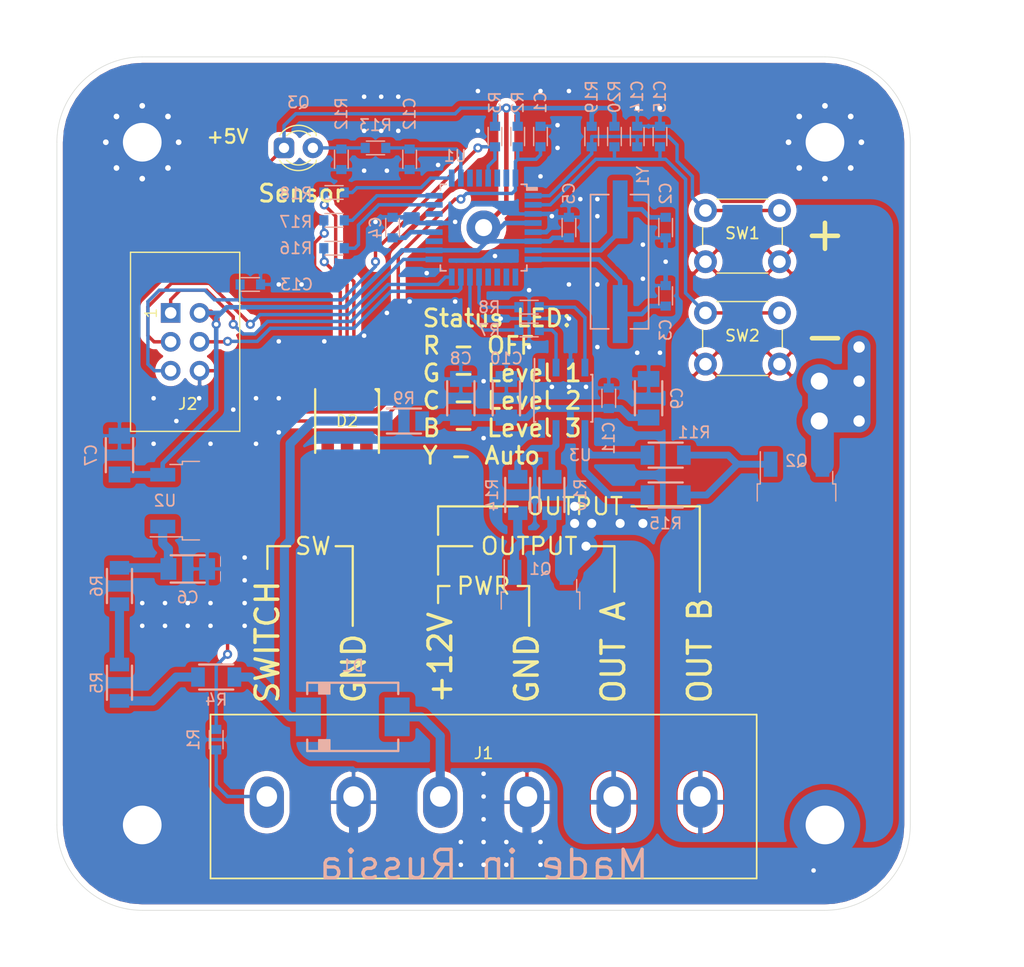
<source format=kicad_pcb>
(kicad_pcb (version 20171130) (host pcbnew "(5.1.0-rc1)")
  (layers (0 F.Cu signal) (31 B.Cu signal) (34 B.Paste user) (35 F.Paste user) (36 B.SilkS user) (37 F.SilkS user) (38 B.Mask user) (39 F.Mask user) (44 Edge.Cuts user))
  (net 0 "")
  (net 1 GNDD)
  (net 2 /SWITCH_CMOS)
  (net 3 +5V)
  (net 4 "Net-(C6-Pad1)")
  (net 5 "Net-(C10-Pad1)")
  (net 6 /OPTIC)
  (net 7 "Net-(D1-Pad2)")
  (net 8 +12V)
  (net 9 /OUT2)
  (net 10 /OUT1)
  (net 11 /SWITCH)
  (net 12 /MISO)
  (net 13 /SCK)
  (net 14 /MOSI)
  (net 15 /RST)
  (net 16 "Net-(Q1-Pad1)")
  (net 17 "Net-(Q2-Pad1)")
  (net 18 "Net-(Q3-Pad2)")
  (net 19 "Net-(R4-Pad1)")
  (net 20 "Net-(R5-Pad1)")
  (net 21 /PWM1)
  (net 22 "Net-(R7-Pad1)")
  (net 23 /PWM2)
  (net 24 "Net-(R8-Pad1)")
  (net 25 "Net-(R10-Pad2)")
  (net 26 "Net-(R11-Pad2)")
  (net 27 "Net-(U1-Pad28)")
  (net 28 "Net-(U1-Pad12)")
  (net 29 "Net-(U1-Pad27)")
  (net 30 "Net-(U1-Pad19)")
  (net 31 "Net-(U1-Pad11)")
  (net 32 "Net-(U1-Pad10)")
  (net 33 "Net-(U1-Pad30)")
  (net 34 "Net-(U1-Pad22)")
  (net 35 "Net-(U1-Pad31)")
  (net 36 "Net-(U1-Pad9)")
  (net 37 "Net-(U3-Pad1)")
  (net 38 "Net-(U3-Pad8)")
  (net 39 /XTAL1)
  (net 40 /XTAL2)
  (net 41 /AREF)
  (net 42 "Net-(D2-Pad4)")
  (net 43 "Net-(D2-Pad5)")
  (net 44 "Net-(D2-Pad6)")
  (net 45 /LED_1)
  (net 46 /LED_2)
  (net 47 /LED_3)
  (net 48 /BTN1)
  (net 49 /BTN2)
  (module NevaDA:R_0603 (layer B.Cu) (at 111.5 82 270)
    (fp_text reference R20 (at -3.5 0 270) (layer B.SilkS) (effects (justify mirror)))
    (fp_text value 10k hide)
    (pad 2 smd rect (at 0.9 0 270) (size 0.8 0.9) (layers B.Cu B.Paste B.Mask) (net 49 /BTN2))
    (pad 1 smd rect (at -0.9 0 270) (size 0.8 0.9) (layers B.Cu B.Paste B.Mask) (net 3 +5V))
  )
  (module NevaDA:R_0603 (layer B.Cu) (at 109.5 82 270)
    (fp_text reference R19 (at -3.5 0 270) (layer B.SilkS) (effects (justify mirror)))
    (fp_text value 10k hide)
    (pad 2 smd rect (at 0.9 0 270) (size 0.8 0.9) (layers B.Cu B.Paste B.Mask) (net 48 /BTN1))
    (pad 1 smd rect (at -0.9 0 270) (size 0.8 0.9) (layers B.Cu B.Paste B.Mask) (net 3 +5V))
  )
  (module NevaDA:C_0603 (layer B.Cu) (at 115.5 82 90)
    (fp_text reference C15 (at 3.5 0 90) (layer B.SilkS) (effects (justify mirror)))
    (fp_text value 220n hide)
    (pad 2 smd rect (at 0.9 0 90) (size 0.8 0.9) (layers B.Cu B.Paste B.Mask) (net 1 GNDD))
    (pad 1 smd rect (at -0.9 0 90) (size 0.8 0.9) (layers B.Cu B.Paste B.Mask) (net 49 /BTN2))
  )
  (module NevaDA:C_0603 (layer B.Cu) (at 113.5 82 90)
    (fp_text reference C14 (at 3.5 0 90) (layer B.SilkS) (effects (justify mirror)))
    (fp_text value 220n hide)
    (pad 2 smd rect (at 0.9 0 90) (size 0.8 0.9) (layers B.Cu B.Paste B.Mask) (net 1 GNDD))
    (pad 1 smd rect (at -0.9 0 90) (size 0.8 0.9) (layers B.Cu B.Paste B.Mask) (net 48 /BTN1))
  )
  (module NevaDA:C_0603 (layer B.Cu) (at 79.5 95)
    (fp_text reference C13 (at 4.064 0) (layer B.SilkS) (effects (justify mirror)))
    (fp_text value 220n hide)
    (pad 2 smd rect (at 0.9 0) (size 0.8 0.9) (layers B.Cu B.Paste B.Mask) (net 1 GNDD))
    (pad 1 smd rect (at -0.9 0) (size 0.8 0.9) (layers B.Cu B.Paste B.Mask) (net 15 /RST))
  )
  (module NevaDA:1Pin (layer F.Cu) (at 77.5 85)
    (fp_text reference TP5 hide)
    (fp_text value TestPoint)
    (pad 1 smd circle (at 0 0) (size 2 2) (layers F.Cu F.Mask) (net 3 +5V))
  )
  (module NevaDA:Screw_M3_6mm (layer F.Cu) (at 130 142.5)
    (fp_text reference TP3 hide)
    (fp_text value TestPoint hide)
    (pad 1 thru_hole circle (at 0 0) (size 6.2 6.2) (drill 3.4) (layers *.Cu *.Mask) (net 1 GNDD))
  )
  (module NevaDA:Screw_M3_6mm (layer F.Cu) (at 70 142.5)
    (fp_text reference TP1 hide)
    (fp_text value TestPoint hide)
    (pad 1 thru_hole circle (at 0 0) (size 6.2 6.2) (drill 3.4) (layers *.Cu *.Mask) (net 1 GNDD))
  )
  (module NevaDA:SW_PUSH_6mm (layer F.Cu) (at 119.5 97.5)
    (fp_text reference SW2 (at 3.25 2) (layer F.SilkS))
    (fp_text value SW)
    (pad 2 thru_hole circle (at 0 4.5 90) (size 2 2) (drill 1.1) (layers *.Cu *.Mask) (net 1 GNDD))
    (pad 1 thru_hole circle (at 0 0 90) (size 2 2) (drill 1.1) (layers *.Cu *.Mask) (net 49 /BTN2))
    (pad 2 thru_hole circle (at 6.5 4.5 90) (size 2 2) (drill 1.1) (layers *.Cu *.Mask) (net 1 GNDD))
    (pad 1 thru_hole circle (at 6.5 0 90) (size 2 2) (drill 1.1) (layers *.Cu *.Mask) (net 49 /BTN2))
  )
  (module NevaDA:SW_PUSH_6mm (layer F.Cu) (at 119.5 88.5)
    (fp_text reference SW1 (at 3.25 2) (layer F.SilkS))
    (fp_text value SW)
    (pad 2 thru_hole circle (at 0 4.5 90) (size 2 2) (drill 1.1) (layers *.Cu *.Mask) (net 1 GNDD))
    (pad 1 thru_hole circle (at 0 0 90) (size 2 2) (drill 1.1) (layers *.Cu *.Mask) (net 48 /BTN1))
    (pad 2 thru_hole circle (at 6.5 4.5 90) (size 2 2) (drill 1.1) (layers *.Cu *.Mask) (net 1 GNDD))
    (pad 1 thru_hole circle (at 6.5 0 90) (size 2 2) (drill 1.1) (layers *.Cu *.Mask) (net 48 /BTN1))
  )
  (module NevaDA:R_0603 (layer B.Cu) (at 86.857506 86.914719)
    (fp_text reference R18 (at -3.357506 0.085281) (layer B.SilkS) (effects (justify mirror)))
    (fp_text value 1k hide)
    (pad 2 smd rect (at 0.9 0) (size 0.8 0.9) (layers B.Cu B.Paste B.Mask) (net 47 /LED_3))
    (pad 1 smd rect (at -0.9 0) (size 0.8 0.9) (layers B.Cu B.Paste B.Mask) (net 44 "Net-(D2-Pad6)"))
  )
  (module NevaDA:R_0603 (layer B.Cu) (at 86.857506 89.364719)
    (fp_text reference R17 (at -3.357506 0.135281) (layer B.SilkS) (effects (justify mirror)))
    (fp_text value 1k hide)
    (pad 2 smd rect (at 0.9 0) (size 0.8 0.9) (layers B.Cu B.Paste B.Mask) (net 46 /LED_2))
    (pad 1 smd rect (at -0.9 0) (size 0.8 0.9) (layers B.Cu B.Paste B.Mask) (net 42 "Net-(D2-Pad4)"))
  )
  (module NevaDA:R_0603 (layer B.Cu) (at 86.857506 91.814719)
    (fp_text reference R16 (at -3.357506 0) (layer B.SilkS) (effects (justify mirror)))
    (fp_text value 1k hide)
    (pad 2 smd rect (at 0.9 0) (size 0.8 0.9) (layers B.Cu B.Paste B.Mask) (net 45 /LED_1))
    (pad 1 smd rect (at -0.9 0) (size 0.8 0.9) (layers B.Cu B.Paste B.Mask) (net 43 "Net-(D2-Pad5)"))
  )
  (module NevaDA:LED_RGB_5050-6 (layer F.Cu) (at 88 107 270)
    (fp_text reference D2 (at 0 0 180) (layer F.SilkS))
    (fp_text value TO-5050BC hide)
    (pad 1 smd rect (at 2.75 -1.7) (size 1.1 2.3) (layers F.Cu F.Paste F.Mask) (net 1 GNDD))
    (pad 2 smd rect (at 2.75 0) (size 1.1 2.3) (layers F.Cu F.Paste F.Mask) (net 1 GNDD))
    (pad 3 smd rect (at 2.75 1.7) (size 1.1 2.3) (layers F.Cu F.Paste F.Mask) (net 1 GNDD))
    (pad 4 smd rect (at -2.75 1.7) (size 1.1 2.3) (layers F.Cu F.Paste F.Mask) (net 42 "Net-(D2-Pad4)"))
    (pad 5 smd rect (at -2.75 0) (size 1.1 2.3) (layers F.Cu F.Paste F.Mask) (net 43 "Net-(D2-Pad5)"))
    (pad 6 smd rect (at -2.75 -1.7) (size 1.1 2.3) (layers F.Cu F.Paste F.Mask) (net 44 "Net-(D2-Pad6)"))
  )
  (module NevaDA:R_1206 (layer B.Cu) (at 116 113.5 180)
    (fp_text reference R15 (at 0 -2.5 180) (layer B.SilkS) (effects (justify mirror)))
    (fp_text value 22 hide)
    (pad 2 smd rect (at 1.6 0 180) (size 1.2 1.7) (layers B.Cu B.Paste B.Mask) (net 26 "Net-(R11-Pad2)"))
    (pad 1 smd rect (at -1.6 0 180) (size 1.2 1.7) (layers B.Cu B.Paste B.Mask) (net 17 "Net-(Q2-Pad1)"))
  )
  (module NevaDA:R_1206 (layer B.Cu) (at 103 113.5 90)
    (fp_text reference R14 (at 0 -2.25 90) (layer B.SilkS) (effects (justify mirror)))
    (fp_text value 22 hide)
    (pad 2 smd rect (at 1.6 0 90) (size 1.2 1.7) (layers B.Cu B.Paste B.Mask) (net 25 "Net-(R10-Pad2)"))
    (pad 1 smd rect (at -1.6 0 90) (size 1.2 1.7) (layers B.Cu B.Paste B.Mask) (net 16 "Net-(Q1-Pad1)"))
  )
  (module NevaDA:Screw_M3_9mm (layer F.Cu) (at 70 82.5)
    (fp_text reference TP4 hide)
    (fp_text value TestPoint hide)
    (pad 1 thru_hole oval (at -2.262742 -2.262742 315) (size 1 1) (drill 0.5) (layers *.Cu *.Mask) (net 1 GNDD))
    (pad 1 thru_hole oval (at 0 -3.2 270) (size 1 1) (drill 0.5) (layers *.Cu *.Mask) (net 1 GNDD))
    (pad 1 thru_hole oval (at 2.262742 -2.262742 225) (size 1 1) (drill 0.5) (layers *.Cu *.Mask) (net 1 GNDD))
    (pad 1 thru_hole oval (at 3.2 0 180) (size 1 1) (drill 0.5) (layers *.Cu *.Mask) (net 1 GNDD))
    (pad 1 thru_hole oval (at 2.262742 2.262742 135) (size 1 1) (drill 0.5) (layers *.Cu *.Mask) (net 1 GNDD))
    (pad 1 thru_hole oval (at 0 3.2 90) (size 1 1) (drill 0.5) (layers *.Cu *.Mask) (net 1 GNDD))
    (pad 1 thru_hole oval (at -2.262742 2.262742 45) (size 1 1) (drill 0.5) (layers *.Cu *.Mask) (net 1 GNDD))
    (pad 1 thru_hole oval (at -3.2 0) (size 1 1) (drill 0.5) (layers *.Cu *.Mask) (net 1 GNDD))
    (pad 1 thru_hole oval (at 0 0) (size 9 9) (drill 3.4) (layers *.Cu *.Mask) (net 1 GNDD))
  )
  (module NevaDA:Crystal_HC-49SMD (layer B.Cu) (at 112 93 90)
    (fp_text reference Y1 (at 7.5 2 90) (layer B.SilkS) (effects (justify mirror)))
    (fp_text value "16 MHz")
    (pad 2 smd circle (at 0 0 45) (size 1 1) (layers B.Cu) (net 1 GNDD))
    (pad 3 smd rect (at 4.6 0 90) (size 5.1 1.3) (layers B.Cu B.Paste B.Mask) (net 39 /XTAL1))
    (pad 1 smd rect (at -4.6 0 90) (size 5.1 1.3) (layers B.Cu B.Paste B.Mask) (net 40 /XTAL2))
  )
  (module NevaDA:Screw_M3_9mm (layer F.Cu) (at 130 82.5)
    (fp_text reference TP2 hide)
    (fp_text value TestPoint hide)
    (pad 1 thru_hole oval (at -2.262742 -2.262742 315) (size 1 1) (drill 0.5) (layers *.Cu *.Mask) (net 1 GNDD))
    (pad 1 thru_hole oval (at 0 -3.2 270) (size 1 1) (drill 0.5) (layers *.Cu *.Mask) (net 1 GNDD))
    (pad 1 thru_hole oval (at 2.262742 -2.262742 225) (size 1 1) (drill 0.5) (layers *.Cu *.Mask) (net 1 GNDD))
    (pad 1 thru_hole oval (at 3.2 0 180) (size 1 1) (drill 0.5) (layers *.Cu *.Mask) (net 1 GNDD))
    (pad 1 thru_hole oval (at 2.262742 2.262742 135) (size 1 1) (drill 0.5) (layers *.Cu *.Mask) (net 1 GNDD))
    (pad 1 thru_hole oval (at 0 3.2 90) (size 1 1) (drill 0.5) (layers *.Cu *.Mask) (net 1 GNDD))
    (pad 1 thru_hole oval (at -2.262742 2.262742 45) (size 1 1) (drill 0.5) (layers *.Cu *.Mask) (net 1 GNDD))
    (pad 1 thru_hole oval (at -3.2 0) (size 1 1) (drill 0.5) (layers *.Cu *.Mask) (net 1 GNDD))
    (pad 1 thru_hole oval (at 0 0) (size 9 9) (drill 3.4) (layers *.Cu *.Mask) (net 1 GNDD))
  )
  (module NevaDA:SOP-8 (layer B.Cu) (at 107 105 270)
    (fp_text reference U3 (at 5 -1.5) (layer B.SilkS) (effects (justify mirror)))
    (fp_text value IR25600)
    (pad 1 smd rect (at -2.7 1.905 270) (size 1.55 0.6) (layers B.Cu B.Paste B.Mask) (net 37 "Net-(U3-Pad1)"))
    (pad 2 smd rect (at -2.7 0.635 270) (size 1.55 0.6) (layers B.Cu B.Paste B.Mask) (net 22 "Net-(R7-Pad1)"))
    (pad 3 smd rect (at -2.7 -0.635 270) (size 1.55 0.6) (layers B.Cu B.Paste B.Mask) (net 1 GNDD))
    (pad 4 smd rect (at -2.7 -1.905 270) (size 1.55 0.6) (layers B.Cu B.Paste B.Mask) (net 24 "Net-(R8-Pad1)"))
    (pad 5 smd rect (at 2.7 -1.905 270) (size 1.55 0.6) (layers B.Cu B.Paste B.Mask) (net 26 "Net-(R11-Pad2)"))
    (pad 6 smd rect (at 2.7 -0.635 270) (size 1.55 0.6) (layers B.Cu B.Paste B.Mask) (net 5 "Net-(C10-Pad1)"))
    (pad 7 smd rect (at 2.7 0.635 270) (size 1.55 0.6) (layers B.Cu B.Paste B.Mask) (net 25 "Net-(R10-Pad2)"))
    (pad 8 smd rect (at 2.7 1.905 270) (size 1.55 0.6) (layers B.Cu B.Paste B.Mask) (net 38 "Net-(U3-Pad8)"))
  )
  (module NevaDA:D-PAK (layer B.Cu) (at 76 114)
    (fp_text reference U2 (at -4 0) (layer B.SilkS) (effects (justify mirror)))
    (fp_text value L7805CDT)
    (pad 2 smd rect (at 2.1 0) (size 6.4 5.8) (layers B.Cu B.Mask) (net 1 GNDD))
    (pad 3 smd rect (at -4.2 -2.28) (size 2.2 1.2) (layers B.Cu B.Paste B.Mask) (net 3 +5V))
    (pad 1 smd rect (at -4.2 2.28) (size 2.2 1.2) (layers B.Cu B.Paste B.Mask) (net 4 "Net-(C6-Pad1)"))
  )
  (module NevaDA:TQFP-32 (layer B.Cu) (at 100 90 180)
    (fp_text reference U1 (at 2.5 6.3 180) (layer B.SilkS) (effects (justify mirror)))
    (fp_text value ATmega8A-16AU)
    (pad 28 smd rect (at 0.4 4.35 270) (size 1.5 0.5) (layers B.Cu B.Paste B.Mask) (net 27 "Net-(U1-Pad28)"))
    (pad 20 smd rect (at 4.35 -0.4) (size 1.5 0.5) (layers B.Cu B.Paste B.Mask) (net 41 /AREF))
    (pad 12 smd rect (at -0.4 -4.35 90) (size 1.5 0.5) (layers B.Cu B.Paste B.Mask) (net 28 "Net-(U1-Pad12)"))
    (pad 32 smd rect (at -2.8 4.35 270) (size 1.5 0.5) (layers B.Cu B.Paste B.Mask) (net 2 /SWITCH_CMOS))
    (pad 24 smd rect (at 4.35 2.8) (size 1.5 0.5) (layers B.Cu B.Paste B.Mask) (net 46 /LED_2))
    (pad 16 smd rect (at 2.8 -4.35 90) (size 1.5 0.5) (layers B.Cu B.Paste B.Mask) (net 12 /MISO))
    (pad 27 smd rect (at 1.2 4.35 270) (size 1.5 0.5) (layers B.Cu B.Paste B.Mask) (net 29 "Net-(U1-Pad27)"))
    (pad 19 smd rect (at 4.35 -1.2) (size 1.5 0.5) (layers B.Cu B.Paste B.Mask) (net 30 "Net-(U1-Pad19)"))
    (pad 11 smd rect (at -1.2 -4.35 90) (size 1.5 0.5) (layers B.Cu B.Paste B.Mask) (net 31 "Net-(U1-Pad11)"))
    (pad 29 smd rect (at -0.4 4.35 270) (size 1.5 0.5) (layers B.Cu B.Paste B.Mask) (net 15 /RST))
    (pad 21 smd rect (at 4.35 0.4) (size 1.5 0.5) (layers B.Cu B.Paste B.Mask) (net 1 GNDD))
    (pad 13 smd rect (at 0.4 -4.35 90) (size 1.5 0.5) (layers B.Cu B.Paste B.Mask) (net 23 /PWM2))
    (pad 26 smd rect (at 2 4.35 270) (size 1.5 0.5) (layers B.Cu B.Paste B.Mask) (net 6 /OPTIC))
    (pad 18 smd rect (at 4.35 -2) (size 1.5 0.5) (layers B.Cu B.Paste B.Mask) (net 3 +5V))
    (pad 10 smd rect (at -2 -4.35 90) (size 1.5 0.5) (layers B.Cu B.Paste B.Mask) (net 32 "Net-(U1-Pad10)"))
    (pad 30 smd rect (at -1.2 4.35 270) (size 1.5 0.5) (layers B.Cu B.Paste B.Mask) (net 33 "Net-(U1-Pad30)"))
    (pad 22 smd rect (at 4.35 1.2) (size 1.5 0.5) (layers B.Cu B.Paste B.Mask) (net 34 "Net-(U1-Pad22)"))
    (pad 14 smd rect (at 1.2 -4.35 90) (size 1.5 0.5) (layers B.Cu B.Paste B.Mask) (net 21 /PWM1))
    (pad 31 smd rect (at -2 4.35 270) (size 1.5 0.5) (layers B.Cu B.Paste B.Mask) (net 35 "Net-(U1-Pad31)"))
    (pad 23 smd rect (at 4.35 2) (size 1.5 0.5) (layers B.Cu B.Paste B.Mask) (net 45 /LED_1))
    (pad 15 smd rect (at 2 -4.35 90) (size 1.5 0.5) (layers B.Cu B.Paste B.Mask) (net 14 /MOSI))
    (pad 25 smd rect (at 2.8 4.35 270) (size 1.5 0.5) (layers B.Cu B.Paste B.Mask) (net 47 /LED_3))
    (pad 17 smd rect (at 4.35 -2.8) (size 1.5 0.5) (layers B.Cu B.Paste B.Mask) (net 13 /SCK))
    (pad 9 smd rect (at -2.8 -4.35 90) (size 1.5 0.5) (layers B.Cu B.Paste B.Mask) (net 36 "Net-(U1-Pad9)"))
    (pad 8 smd rect (at -4.35 -2.8 180) (size 1.5 0.5) (layers B.Cu B.Paste B.Mask) (net 40 /XTAL2))
    (pad 7 smd rect (at -4.35 -2 180) (size 1.5 0.5) (layers B.Cu B.Paste B.Mask) (net 39 /XTAL1))
    (pad 6 smd rect (at -4.35 -1.2 180) (size 1.5 0.5) (layers B.Cu B.Paste B.Mask) (net 3 +5V))
    (pad 5 smd rect (at -4.35 -0.4 180) (size 1.5 0.5) (layers B.Cu B.Paste B.Mask) (net 1 GNDD))
    (pad 4 smd rect (at -4.35 0.4 180) (size 1.5 0.5) (layers B.Cu B.Paste B.Mask) (net 3 +5V))
    (pad 3 smd rect (at -4.35 1.2 180) (size 1.5 0.5) (layers B.Cu B.Paste B.Mask) (net 1 GNDD))
    (pad 2 smd rect (at -4.35 2 180) (size 1.5 0.5) (layers B.Cu B.Paste B.Mask) (net 49 /BTN2))
    (pad 1 smd rect (at -4.35 2.8 180) (size 1.5 0.5) (layers B.Cu B.Paste B.Mask) (net 48 /BTN1))
  )
  (module NevaDA:R_0603 (layer B.Cu) (at 90.5 83 180)
    (fp_text reference R13 (at 0 2 180) (layer B.SilkS) (effects (justify mirror)))
    (fp_text value 10k hide)
    (pad 2 smd rect (at 0.9 0 180) (size 0.8 0.9) (layers B.Cu B.Paste B.Mask) (net 18 "Net-(Q3-Pad2)"))
    (pad 1 smd rect (at -0.9 0 180) (size 0.8 0.9) (layers B.Cu B.Paste B.Mask) (net 6 /OPTIC))
  )
  (module NevaDA:R_0603 (layer B.Cu) (at 87.5 84 270)
    (fp_text reference R12 (at -4 0 270) (layer B.SilkS) (effects (justify mirror)))
    (fp_text value 10k hide)
    (pad 2 smd rect (at 0.9 0 270) (size 0.8 0.9) (layers B.Cu B.Paste B.Mask) (net 1 GNDD))
    (pad 1 smd rect (at -0.9 0 270) (size 0.8 0.9) (layers B.Cu B.Paste B.Mask) (net 18 "Net-(Q3-Pad2)"))
  )
  (module NevaDA:R_1206 (layer B.Cu) (at 116 110 180)
    (fp_text reference R11 (at -2.5 2 180) (layer B.SilkS) (effects (justify mirror)))
    (fp_text value 22 hide)
    (pad 2 smd rect (at 1.6 0 180) (size 1.2 1.7) (layers B.Cu B.Paste B.Mask) (net 26 "Net-(R11-Pad2)"))
    (pad 1 smd rect (at -1.6 0 180) (size 1.2 1.7) (layers B.Cu B.Paste B.Mask) (net 17 "Net-(Q2-Pad1)"))
  )
  (module NevaDA:R_1206 (layer B.Cu) (at 106 113.5 90)
    (fp_text reference R10 (at 0 2.5 90) (layer B.SilkS) (effects (justify mirror)))
    (fp_text value 22 hide)
    (pad 2 smd rect (at 1.6 0 90) (size 1.2 1.7) (layers B.Cu B.Paste B.Mask) (net 25 "Net-(R10-Pad2)"))
    (pad 1 smd rect (at -1.6 0 90) (size 1.2 1.7) (layers B.Cu B.Paste B.Mask) (net 16 "Net-(Q1-Pad1)"))
  )
  (module NevaDA:R_1206 (layer B.Cu) (at 93 107)
    (fp_text reference R9 (at 0 -2) (layer B.SilkS) (effects (justify mirror)))
    (fp_text value 22 hide)
    (pad 2 smd rect (at 1.6 0) (size 1.2 1.7) (layers B.Cu B.Paste B.Mask) (net 5 "Net-(C10-Pad1)"))
    (pad 1 smd rect (at -1.6 0) (size 1.2 1.7) (layers B.Cu B.Paste B.Mask) (net 8 +12V))
  )
  (module NevaDA:R_0603 (layer B.Cu) (at 104 97 180)
    (fp_text reference R8 (at 3.5 0 180) (layer B.SilkS) (effects (justify mirror)))
    (fp_text value 1k hide)
    (pad 2 smd rect (at 0.9 0 180) (size 0.8 0.9) (layers B.Cu B.Paste B.Mask) (net 23 /PWM2))
    (pad 1 smd rect (at -0.9 0 180) (size 0.8 0.9) (layers B.Cu B.Paste B.Mask) (net 24 "Net-(R8-Pad1)"))
  )
  (module NevaDA:R_0603 (layer B.Cu) (at 104 99 180)
    (fp_text reference R7 (at 3.5 0 180) (layer B.SilkS) (effects (justify mirror)))
    (fp_text value 1k hide)
    (pad 2 smd rect (at 0.9 0 180) (size 0.8 0.9) (layers B.Cu B.Paste B.Mask) (net 21 /PWM1))
    (pad 1 smd rect (at -0.9 0 180) (size 0.8 0.9) (layers B.Cu B.Paste B.Mask) (net 22 "Net-(R7-Pad1)"))
  )
  (module NevaDA:R_1206 (layer B.Cu) (at 68 121.5 270)
    (fp_text reference R6 (at 0 2 270) (layer B.SilkS) (effects (justify mirror)))
    (fp_text value 22 hide)
    (pad 2 smd rect (at 1.6 0 270) (size 1.2 1.7) (layers B.Cu B.Paste B.Mask) (net 20 "Net-(R5-Pad1)"))
    (pad 1 smd rect (at -1.6 0 270) (size 1.2 1.7) (layers B.Cu B.Paste B.Mask) (net 4 "Net-(C6-Pad1)"))
  )
  (module NevaDA:R_1206 (layer B.Cu) (at 68 130 270)
    (fp_text reference R5 (at 0 2 270) (layer B.SilkS) (effects (justify mirror)))
    (fp_text value 22 hide)
    (pad 2 smd rect (at 1.6 0 270) (size 1.2 1.7) (layers B.Cu B.Paste B.Mask) (net 19 "Net-(R4-Pad1)"))
    (pad 1 smd rect (at -1.6 0 270) (size 1.2 1.7) (layers B.Cu B.Paste B.Mask) (net 20 "Net-(R5-Pad1)"))
  )
  (module NevaDA:R_1206 (layer B.Cu) (at 76.5 129.5)
    (fp_text reference R4 (at 0 2) (layer B.SilkS) (effects (justify mirror)))
    (fp_text value 22 hide)
    (pad 2 smd rect (at 1.6 0) (size 1.2 1.7) (layers B.Cu B.Paste B.Mask) (net 8 +12V))
    (pad 1 smd rect (at -1.6 0) (size 1.2 1.7) (layers B.Cu B.Paste B.Mask) (net 19 "Net-(R4-Pad1)"))
  )
  (module NevaDA:R_0603 (layer B.Cu) (at 101 82 270)
    (fp_text reference R3 (at -3 0 270) (layer B.SilkS) (effects (justify mirror)))
    (fp_text value 10k hide)
    (pad 2 smd rect (at 0.9 0 270) (size 0.8 0.9) (layers B.Cu B.Paste B.Mask) (net 15 /RST))
    (pad 1 smd rect (at -0.9 0 270) (size 0.8 0.9) (layers B.Cu B.Paste B.Mask) (net 3 +5V))
  )
  (module NevaDA:R_0603 (layer B.Cu) (at 103 82 270)
    (fp_text reference R2 (at -3 0 270) (layer B.SilkS) (effects (justify mirror)))
    (fp_text value 10k hide)
    (pad 2 smd rect (at 0.9 0 270) (size 0.8 0.9) (layers B.Cu B.Paste B.Mask) (net 2 /SWITCH_CMOS))
    (pad 1 smd rect (at -0.9 0 270) (size 0.8 0.9) (layers B.Cu B.Paste B.Mask) (net 3 +5V))
  )
  (module NevaDA:R_0603 (layer B.Cu) (at 76.5 135 270)
    (fp_text reference R1 (at 0 2 270) (layer B.SilkS) (effects (justify mirror)))
    (fp_text value 1k hide)
    (pad 2 smd rect (at 0.9 0 270) (size 0.8 0.9) (layers B.Cu B.Paste B.Mask) (net 11 /SWITCH))
    (pad 1 smd rect (at -0.9 0 270) (size 0.8 0.9) (layers B.Cu B.Paste B.Mask) (net 2 /SWITCH_CMOS))
  )
  (module NevaDA:LED_3.0mm_pin1-anode (layer F.Cu) (at 85 83 180)
    (fp_text reference Q3 (at 1.27 4 180) (layer B.SilkS) (effects (justify mirror)))
    (fp_text value L-7113P3C)
    (pad 1 thru_hole roundrect (at 2.54 0 180) (size 1.8 1.8) (drill 0.9) (layers *.Cu *.Mask) (net 3 +5V))
    (pad 2 thru_hole circle (at 0 0 180) (size 1.8 1.8) (drill 0.9) (layers *.Cu *.Mask) (net 18 "Net-(Q3-Pad2)"))
  )
  (module NevaDA:D-PAK (layer B.Cu) (at 127.5 115 270)
    (fp_text reference Q2 (at -4.5 0) (layer B.SilkS) (effects (justify mirror)))
    (fp_text value IRLR3410)
    (pad 2 smd rect (at 2.1 0 270) (size 6.4 5.8) (layers B.Cu B.Mask) (net 9 /OUT2))
    (pad 3 smd rect (at -4.2 -2.28 270) (size 2.2 1.2) (layers B.Cu B.Paste B.Mask) (net 1 GNDD))
    (pad 1 smd rect (at -4.2 2.28 270) (size 2.2 1.2) (layers B.Cu B.Paste B.Mask) (net 17 "Net-(Q2-Pad1)"))
  )
  (module NevaDA:D-PAK (layer B.Cu) (at 105 124.5 270)
    (fp_text reference Q1 (at -4.5 0) (layer B.SilkS) (effects (justify mirror)))
    (fp_text value IRLR3410)
    (pad 2 smd rect (at 2.1 0 270) (size 6.4 5.8) (layers B.Cu B.Mask) (net 10 /OUT1))
    (pad 3 smd rect (at -4.2 -2.28 270) (size 2.2 1.2) (layers B.Cu B.Paste B.Mask) (net 1 GNDD))
    (pad 1 smd rect (at -4.2 2.28 270) (size 2.2 1.2) (layers B.Cu B.Paste B.Mask) (net 16 "Net-(Q1-Pad1)"))
  )
  (module NevaDA:IDC_Header_Straight_6pins (layer F.Cu) (at 72.5 97.5 270)
    (fp_text reference J2 (at 8 -1.5) (layer F.SilkS))
    (fp_text value IDC-06)
    (fp_text user 1 (at 0.02 1.72 270) (layer F.SilkS) (effects (font (thickness 0.12))))
    (pad 1 thru_hole rect (at 0 0 270) (size 1.7272 1.7272) (drill 1.016) (layers *.Cu *.Mask) (net 12 /MISO))
    (pad 2 thru_hole oval (at 0 -2.54 270) (size 1.7272 1.7272) (drill 1.016) (layers *.Cu *.Mask) (net 3 +5V))
    (pad 3 thru_hole oval (at 2.54 0 270) (size 1.7272 1.7272) (drill 1.016) (layers *.Cu *.Mask) (net 13 /SCK))
    (pad 4 thru_hole oval (at 2.54 -2.54 270) (size 1.7272 1.7272) (drill 1.016) (layers *.Cu *.Mask) (net 14 /MOSI))
    (pad 5 thru_hole oval (at 5.08 0 270) (size 1.7272 1.7272) (drill 1.016) (layers *.Cu *.Mask) (net 15 /RST))
    (pad 6 thru_hole oval (at 5.08 -2.54 270) (size 1.7272 1.7272) (drill 1.016) (layers *.Cu *.Mask) (net 1 GNDD))
  )
  (module NevaDA:Terminal_X977B06 (layer F.Cu) (at 100 140)
    (fp_text reference J1 (at 0 -3.81) (layer F.SilkS))
    (fp_text value X977B06)
    (pad 6 thru_hole oval (at 19.05 0) (size 3 4.5) (drill 1.8 (offset 0 0.5)) (layers *.Cu *.Mask) (net 9 /OUT2))
    (pad 5 thru_hole oval (at 11.43 0) (size 3 4.5) (drill 1.8 (offset 0 0.5)) (layers *.Cu *.Mask) (net 10 /OUT1))
    (pad 4 thru_hole oval (at 3.81 0) (size 3 4.5) (drill 1.8 (offset 0 0.5)) (layers *.Cu *.Mask) (net 1 GNDD))
    (pad 3 thru_hole oval (at -3.81 0) (size 3 4.5) (drill 1.8 (offset 0 0.5)) (layers *.Cu *.Mask) (net 7 "Net-(D1-Pad2)"))
    (pad 2 thru_hole oval (at -11.43 0) (size 3 4.5) (drill 1.8 (offset 0 0.5)) (layers *.Cu *.Mask) (net 1 GNDD))
    (pad 1 thru_hole oval (at -19.05 0) (size 3 4.5) (drill 1.8 (offset 0 0.5)) (layers *.Cu *.Mask) (net 11 /SWITCH))
  )
  (module NevaDA:DO-214AB_SMC (layer B.Cu) (at 88.5 133)
    (fp_text reference D1 (at 0 -4.5) (layer B.SilkS) (effects (justify mirror)))
    (fp_text value S3M)
    (pad 2 smd rect (at 3.9 0) (size 2.2 3.4) (layers B.Cu B.Paste B.Mask) (net 7 "Net-(D1-Pad2)"))
    (pad 1 smd rect (at -3.9 0) (size 2.2 3.4) (layers B.Cu B.Paste B.Mask) (net 8 +12V))
  )
  (module NevaDA:C_0603 (layer B.Cu) (at 93.5 84 270)
    (fp_text reference C12 (at -4 0 270) (layer B.SilkS) (effects (justify mirror)))
    (fp_text value 220n hide)
    (pad 2 smd rect (at 0.9 0 270) (size 0.8 0.9) (layers B.Cu B.Paste B.Mask) (net 1 GNDD))
    (pad 1 smd rect (at -0.9 0 270) (size 0.8 0.9) (layers B.Cu B.Paste B.Mask) (net 6 /OPTIC))
  )
  (module NevaDA:C_0603 (layer B.Cu) (at 111 105 90)
    (fp_text reference C11 (at -3.5 0 90) (layer B.SilkS) (effects (justify mirror)))
    (fp_text value 220n hide)
    (pad 2 smd rect (at 0.9 0 90) (size 0.8 0.9) (layers B.Cu B.Paste B.Mask) (net 1 GNDD))
    (pad 1 smd rect (at -0.9 0 90) (size 0.8 0.9) (layers B.Cu B.Paste B.Mask) (net 5 "Net-(C10-Pad1)"))
  )
  (module NevaDA:C_1206 (layer B.Cu) (at 102 105 90)
    (fp_text reference C10 (at 3.5 0 180) (layer B.SilkS) (effects (justify mirror)))
    (fp_text value 10u hide)
    (pad 2 smd rect (at 1.7 0 90) (size 1.4 1.9) (layers B.Cu B.Paste B.Mask) (net 1 GNDD))
    (pad 1 smd rect (at -1.7 0 90) (size 1.4 1.9) (layers B.Cu B.Paste B.Mask) (net 5 "Net-(C10-Pad1)"))
  )
  (module NevaDA:C_1206 (layer B.Cu) (at 114.5 105 90)
    (fp_text reference C9 (at 0 2.5 90) (layer B.SilkS) (effects (justify mirror)))
    (fp_text value 10u hide)
    (pad 2 smd rect (at 1.7 0 90) (size 1.4 1.9) (layers B.Cu B.Paste B.Mask) (net 1 GNDD))
    (pad 1 smd rect (at -1.7 0 90) (size 1.4 1.9) (layers B.Cu B.Paste B.Mask) (net 5 "Net-(C10-Pad1)"))
  )
  (module NevaDA:C_1206 (layer B.Cu) (at 98 105 90)
    (fp_text reference C8 (at 3.5 0 180) (layer B.SilkS) (effects (justify mirror)))
    (fp_text value 10u hide)
    (pad 2 smd rect (at 1.7 0 90) (size 1.4 1.9) (layers B.Cu B.Paste B.Mask) (net 1 GNDD))
    (pad 1 smd rect (at -1.7 0 90) (size 1.4 1.9) (layers B.Cu B.Paste B.Mask) (net 5 "Net-(C10-Pad1)"))
  )
  (module NevaDA:C_1206 (layer B.Cu) (at 68 110 90)
    (fp_text reference C7 (at 0 -2.5 90) (layer B.SilkS) (effects (justify mirror)))
    (fp_text value 10u hide)
    (pad 2 smd rect (at 1.7 0 90) (size 1.4 1.9) (layers B.Cu B.Paste B.Mask) (net 1 GNDD))
    (pad 1 smd rect (at -1.7 0 90) (size 1.4 1.9) (layers B.Cu B.Paste B.Mask) (net 3 +5V))
  )
  (module NevaDA:C_1206 (layer B.Cu) (at 74 120)
    (fp_text reference C6 (at 0 2.5) (layer B.SilkS) (effects (justify mirror)))
    (fp_text value 10u hide)
    (pad 2 smd rect (at 1.7 0) (size 1.4 1.9) (layers B.Cu B.Paste B.Mask) (net 1 GNDD))
    (pad 1 smd rect (at -1.7 0) (size 1.4 1.9) (layers B.Cu B.Paste B.Mask) (net 4 "Net-(C6-Pad1)"))
  )
  (module NevaDA:C_0603 (layer B.Cu) (at 107.5 90 90)
    (fp_text reference C5 (at 3 0 90) (layer B.SilkS) (effects (justify mirror)))
    (fp_text value 220n hide)
    (pad 2 smd rect (at 0.9 0 90) (size 0.8 0.9) (layers B.Cu B.Paste B.Mask) (net 1 GNDD))
    (pad 1 smd rect (at -0.9 0 90) (size 0.8 0.9) (layers B.Cu B.Paste B.Mask) (net 3 +5V))
  )
  (module NevaDA:C_0603 (layer B.Cu) (at 92 90 90)
    (fp_text reference C4 (at 0 -1.5 90) (layer B.SilkS) (effects (justify mirror)))
    (fp_text value 220n hide)
    (pad 2 smd rect (at 0.9 0 90) (size 0.8 0.9) (layers B.Cu B.Paste B.Mask) (net 1 GNDD))
    (pad 1 smd rect (at -0.9 0 90) (size 0.8 0.9) (layers B.Cu B.Paste B.Mask) (net 41 /AREF))
  )
  (module NevaDA:C_0603 (layer B.Cu) (at 116 96 90)
    (fp_text reference C3 (at -3 0 90) (layer B.SilkS) (effects (justify mirror)))
    (fp_text value 22p hide)
    (pad 2 smd rect (at 0.9 0 90) (size 0.8 0.9) (layers B.Cu B.Paste B.Mask) (net 1 GNDD))
    (pad 1 smd rect (at -0.9 0 90) (size 0.8 0.9) (layers B.Cu B.Paste B.Mask) (net 40 /XTAL2))
  )
  (module NevaDA:C_0603 (layer B.Cu) (at 116 90 270)
    (fp_text reference C2 (at -3 0 270) (layer B.SilkS) (effects (justify mirror)))
    (fp_text value 22p hide)
    (pad 2 smd rect (at 0.9 0 270) (size 0.8 0.9) (layers B.Cu B.Paste B.Mask) (net 1 GNDD))
    (pad 1 smd rect (at -0.9 0 270) (size 0.8 0.9) (layers B.Cu B.Paste B.Mask) (net 39 /XTAL1))
  )
  (module NevaDA:C_0603 (layer B.Cu) (at 105 82 90)
    (fp_text reference C1 (at 3 0 90) (layer B.SilkS) (effects (justify mirror)))
    (fp_text value 220n hide)
    (pad 2 smd rect (at 0.9 0 90) (size 0.8 0.9) (layers B.Cu B.Paste B.Mask) (net 1 GNDD))
    (pad 1 smd rect (at -0.9 0 90) (size 0.8 0.9) (layers B.Cu B.Paste B.Mask) (net 2 /SWITCH_CMOS))
  )
  (gr_text "Made in Russia" (at 100 146) (layer B.SilkS) (effects (font (size 2.5 2.5) (thickness 0.3)) (justify mirror)))
  (gr_text Sensor (at 84 87) (layer F.SilkS) (effects (font (size 1.5 1.5) (thickness 0.25))))
  (gr_text "Status LED:\nR - OFF\nG - Level 1\nC - Level 2\nB - Level 3\nY - Auto" (at 94.5 104) (layer F.SilkS) (effects (font (size 1.5 1.5) (thickness 0.25)) (justify left)))
  (gr_text +5V (at 77.5 82) (layer F.SilkS) (effects (font (size 1.2 1.2) (thickness 0.2))))
  (gr_line (start 62.5 142.5) (end 62.5 82.5) (layer Edge.Cuts) (width 0.05))
  (gr_line (start 130 150) (end 70 150) (layer Edge.Cuts) (width 0.05))
  (gr_line (start 137.5 82.5) (end 137.5 142.5) (layer Edge.Cuts) (width 0.05))
  (gr_line (start 70 75) (end 130 75) (layer Edge.Cuts) (width 0.05))
  (gr_arc (start 70 142.5) (end 62.5 142.5) (angle -90) (layer Edge.Cuts) (width 0.05))
  (gr_arc (start 130 142.5) (end 130 150) (angle -90) (layer Edge.Cuts) (width 0.05))
  (gr_arc (start 130 82.5) (end 137.5 82.5) (angle -90) (layer Edge.Cuts) (width 0.05))
  (gr_arc (start 70 82.5) (end 70 75) (angle -90) (layer Edge.Cuts) (width 0.05))
  (gr_text - (at 130 99.5) (layer F.SilkS) (effects (font (size 3 3) (thickness 0.4))))
  (gr_text + (at 130 90.5) (layer F.SilkS) (effects (font (size 3 3) (thickness 0.4))))
  (gr_line (start 88.5 118) (end 88.5 125) (layer F.SilkS) (width 0.2))
  (gr_line (start 87 118) (end 88.5 118) (layer F.SilkS) (width 0.2))
  (gr_line (start 81 118) (end 83 118) (layer F.SilkS) (width 0.2))
  (gr_line (start 81 120) (end 81 118) (layer F.SilkS) (width 0.2))
  (gr_text SW (at 85 118) (layer F.SilkS) (effects (font (size 1.5 1.5) (thickness 0.2))))
  (gr_line (start 119 114.5) (end 119 122) (layer F.SilkS) (width 0.2))
  (gr_line (start 113 114.5) (end 119 114.5) (layer F.SilkS) (width 0.2))
  (gr_line (start 111.5 118) (end 111.5 122) (layer F.SilkS) (width 0.2))
  (gr_line (start 109 118) (end 111.5 118) (layer F.SilkS) (width 0.2))
  (gr_line (start 96 114.5) (end 103 114.5) (layer F.SilkS) (width 0.2))
  (gr_line (start 96 117) (end 96 114.5) (layer F.SilkS) (width 0.2))
  (gr_line (start 96 118) (end 99 118) (layer F.SilkS) (width 0.2))
  (gr_line (start 96 120.5) (end 96 118) (layer F.SilkS) (width 0.2))
  (gr_text OUTPUT (at 108 114.5) (layer F.SilkS) (effects (font (size 1.5 1.5) (thickness 0.2))))
  (gr_text OUTPUT (at 104 118) (layer F.SilkS) (effects (font (size 1.5 1.5) (thickness 0.2))))
  (gr_text PWR (at 100 121.5) (layer F.SilkS) (effects (font (size 1.5 1.5) (thickness 0.2))))
  (gr_line (start 104 121.5) (end 103 121.5) (layer F.SilkS) (width 0.2))
  (gr_line (start 104 125) (end 104 121.5) (layer F.SilkS) (width 0.2))
  (gr_line (start 96 121.5) (end 97 121.5) (layer F.SilkS) (width 0.2))
  (gr_line (start 96 123) (end 96 121.5) (layer F.SilkS) (width 0.2))
  (gr_text "OUT B" (at 119 132 90) (layer F.SilkS) (effects (font (size 2 2) (thickness 0.3)) (justify left)))
  (gr_text "OUT A\n" (at 111.4 132 90) (layer F.SilkS) (effects (font (size 2 2) (thickness 0.3)) (justify left)))
  (gr_text "GND\n" (at 103.8 132 90) (layer F.SilkS) (effects (font (size 2 2) (thickness 0.3)) (justify left)))
  (gr_text +12V (at 96.2 132 90) (layer F.SilkS) (effects (font (size 2 2) (thickness 0.3)) (justify left)))
  (gr_text GND (at 88.6 132 90) (layer F.SilkS) (effects (font (size 2 2) (thickness 0.3)) (justify left)))
  (gr_text SWITCH (at 81 132 90) (layer F.SilkS) (effects (font (size 2 2) (thickness 0.3)) (justify left)))
  (segment (start 92 89.1) (end 93.6 89.1) (width 0.4) (layer B.Cu) (net 1))
  (segment (start 94.1 89.6) (end 95.65 89.6) (width 0.4) (layer B.Cu) (net 1))
  (segment (start 93.6 89.1) (end 94.1 89.6) (width 0.4) (layer B.Cu) (net 1))
  (segment (start 107.635 102.3) (end 107.635 98.135) (width 0.3) (layer B.Cu) (net 1))
  (segment (start 107.5 98) (end 104 98) (width 0.3) (layer B.Cu) (net 1))
  (via (at 104 100.5) (size 0.8) (drill 0.4) (layers F.Cu B.Cu) (net 1))
  (segment (start 104 98) (end 104 100.5) (width 0.3) (layer B.Cu) (net 1))
  (via (at 104 95.5) (size 0.8) (drill 0.4) (layers F.Cu B.Cu) (net 1))
  (segment (start 104 98) (end 104 95.5) (width 0.3) (layer B.Cu) (net 1))
  (via (at 101.5 98) (size 0.8) (drill 0.4) (layers F.Cu B.Cu) (net 1))
  (via (at 97.5 96.5) (size 0.8) (drill 0.4) (layers F.Cu B.Cu) (net 1))
  (segment (start 104 98) (end 101.5 98) (width 0.3) (layer B.Cu) (net 1))
  (via (at 107.5 98) (size 0.8) (drill 0.4) (layers F.Cu B.Cu) (net 1))
  (segment (start 107.635 98.135) (end 107.5 98) (width 0.3) (layer B.Cu) (net 1))
  (segment (start 104.35 88.8) (end 105.8 88.8) (width 0.4) (layer B.Cu) (net 1))
  (via (at 106 89) (size 0.8) (drill 0.4) (layers F.Cu B.Cu) (net 1))
  (segment (start 105.8 88.8) (end 106 89) (width 0.4) (layer B.Cu) (net 1))
  (via (at 116 93) (size 0.8) (drill 0.4) (layers F.Cu B.Cu) (net 1))
  (segment (start 116 90.9) (end 116 93) (width 0.4) (layer B.Cu) (net 1))
  (segment (start 116 95.1) (end 116 93) (width 0.4) (layer B.Cu) (net 1))
  (via (at 97.5 89.5) (size 0.8) (drill 0.4) (layers F.Cu B.Cu) (net 1))
  (segment (start 95.65 89.6) (end 97.4 89.6) (width 0.4) (layer B.Cu) (net 1))
  (segment (start 97.4 89.6) (end 97.5 89.5) (width 0.4) (layer B.Cu) (net 1))
  (via (at 101 92.5) (size 0.8) (drill 0.4) (layers F.Cu B.Cu) (net 1))
  (via (at 95 94) (size 0.8) (drill 0.4) (layers F.Cu B.Cu) (net 1))
  (segment (start 101 92.5) (end 96.5 92.5) (width 0.3) (layer F.Cu) (net 1))
  (segment (start 96.5 92.5) (end 95 94) (width 0.3) (layer F.Cu) (net 1))
  (segment (start 105.5 90.4) (end 106 89.9) (width 0.4) (layer B.Cu) (net 1))
  (segment (start 104.35 90.4) (end 105.5 90.4) (width 0.4) (layer B.Cu) (net 1))
  (segment (start 106 89.9) (end 106 89) (width 0.4) (layer B.Cu) (net 1))
  (segment (start 106.1 89.1) (end 106 89) (width 0.4) (layer B.Cu) (net 1))
  (segment (start 107.5 89.1) (end 106.1 89.1) (width 0.4) (layer B.Cu) (net 1))
  (segment (start 92 89.1) (end 90.9 89.1) (width 0.4) (layer B.Cu) (net 1))
  (via (at 90.5 89.5) (size 0.8) (drill 0.4) (layers F.Cu B.Cu) (net 1))
  (segment (start 90.9 89.1) (end 90.5 89.5) (width 0.4) (layer B.Cu) (net 1))
  (via (at 107.5 104) (size 0.8) (drill 0.4) (layers F.Cu B.Cu) (net 1))
  (segment (start 107.635 102.3) (end 107.635 103.865) (width 0.6) (layer B.Cu) (net 1))
  (segment (start 107.635 103.865) (end 107.5 104) (width 0.6) (layer B.Cu) (net 1))
  (via (at 109 104) (size 0.8) (drill 0.4) (layers F.Cu B.Cu) (net 1))
  (segment (start 107.5 104) (end 109 104) (width 0.6) (layer B.Cu) (net 1))
  (via (at 106 104) (size 0.8) (drill 0.4) (layers F.Cu B.Cu) (net 1))
  (segment (start 107.5 104) (end 106 104) (width 0.6) (layer B.Cu) (net 1))
  (via (at 106.5 81) (size 0.8) (drill 0.4) (layers F.Cu B.Cu) (net 1))
  (segment (start 105 81.1) (end 106.4 81.1) (width 0.3) (layer B.Cu) (net 1))
  (segment (start 106.4 81.1) (end 106.5 81) (width 0.3) (layer B.Cu) (net 1))
  (via (at 91 81.5) (size 0.8) (drill 0.4) (layers F.Cu B.Cu) (net 1))
  (via (at 92.5 81.5) (size 0.8) (drill 0.4) (layers F.Cu B.Cu) (net 1))
  (segment (start 91 81.5) (end 92.5 81.5) (width 0.4) (layer B.Cu) (net 1))
  (via (at 89.5 81.5) (size 0.8) (drill 0.4) (layers F.Cu B.Cu) (net 1))
  (segment (start 91 81.5) (end 89.5 81.5) (width 0.4) (layer F.Cu) (net 1))
  (via (at 91 78.5) (size 0.8) (drill 0.4) (layers F.Cu B.Cu) (net 1))
  (segment (start 91 81.5) (end 91 78.5) (width 0.4) (layer F.Cu) (net 1))
  (via (at 89.5 78.5) (size 0.8) (drill 0.4) (layers F.Cu B.Cu) (net 1))
  (segment (start 91 78.5) (end 89.5 78.5) (width 0.4) (layer B.Cu) (net 1))
  (via (at 92.5 78.5) (size 0.8) (drill 0.4) (layers F.Cu B.Cu) (net 1))
  (segment (start 91 78.5) (end 92.5 78.5) (width 0.4) (layer F.Cu) (net 1))
  (via (at 99.5 81.5) (size 0.8) (drill 0.4) (layers F.Cu B.Cu) (net 1))
  (segment (start 92.5 81.5) (end 99.5 81.5) (width 0.3) (layer B.Cu) (net 1))
  (via (at 99.5 78) (size 0.8) (drill 0.4) (layers F.Cu B.Cu) (net 1))
  (segment (start 99.5 81.5) (end 99.5 78) (width 0.3) (layer F.Cu) (net 1))
  (via (at 105 78) (size 0.8) (drill 0.4) (layers F.Cu B.Cu) (net 1))
  (segment (start 99.5 78) (end 105 78) (width 0.3) (layer B.Cu) (net 1))
  (via (at 105 85.5) (size 0.8) (drill 0.4) (layers F.Cu B.Cu) (net 1))
  (segment (start 105 78) (end 105 85.5) (width 0.3) (layer F.Cu) (net 1))
  (via (at 110 89) (size 0.8) (drill 0.4) (layers F.Cu B.Cu) (net 1))
  (segment (start 107.5 89.1) (end 109.9 89.1) (width 0.3) (layer B.Cu) (net 1))
  (segment (start 109.9 89.1) (end 110 89) (width 0.3) (layer B.Cu) (net 1))
  (via (at 110 95) (size 0.8) (drill 0.4) (layers F.Cu B.Cu) (net 1))
  (segment (start 110 89) (end 110 95) (width 0.3) (layer F.Cu) (net 1))
  (via (at 110 100.5) (size 0.8) (drill 0.4) (layers F.Cu B.Cu) (net 1))
  (segment (start 110 95) (end 110 100.5) (width 0.3) (layer B.Cu) (net 1))
  (segment (start 110 100.5) (end 104 100.5) (width 0.3) (layer F.Cu) (net 1))
  (via (at 100 103.5) (size 0.8) (drill 0.4) (layers F.Cu B.Cu) (net 1))
  (segment (start 98 103.3) (end 99.8 103.3) (width 0.6) (layer B.Cu) (net 1))
  (segment (start 99.8 103.3) (end 100 103.5) (width 0.6) (layer B.Cu) (net 1))
  (via (at 100 108.5) (size 0.8) (drill 0.4) (layers F.Cu B.Cu) (net 1))
  (segment (start 100 103.5) (end 100 108.5) (width 0.6) (layer F.Cu) (net 1))
  (via (at 113.5 101) (size 0.8) (drill 0.4) (layers F.Cu B.Cu) (net 1))
  (segment (start 114.5 103.3) (end 114.5 102) (width 0.3) (layer B.Cu) (net 1))
  (segment (start 114.5 102) (end 113.5 101) (width 0.3) (layer B.Cu) (net 1))
  (via (at 115.5 101) (size 0.8) (drill 0.4) (layers F.Cu B.Cu) (net 1))
  (segment (start 114.5 102) (end 115.5 101) (width 0.3) (layer B.Cu) (net 1))
  (segment (start 103.81 140) (end 103.81 145.69) (width 0.8) (layer B.Cu) (net 1))
  (segment (start 103.81 145.69) (end 102.5 147) (width 0.8) (layer B.Cu) (net 1))
  (segment (start 102.5 147) (end 90 147) (width 0.8) (layer B.Cu) (net 1))
  (segment (start 88.57 145.57) (end 88.57 140) (width 0.8) (layer B.Cu) (net 1))
  (segment (start 90 147) (end 88.57 145.57) (width 0.8) (layer B.Cu) (net 1))
  (via (at 108 116) (size 1.5) (drill 0.8) (layers F.Cu B.Cu) (net 1))
  (segment (start 107.28 120.3) (end 107.28 116.72) (width 0.8) (layer B.Cu) (net 1))
  (segment (start 107.28 116.72) (end 108 116) (width 0.8) (layer B.Cu) (net 1))
  (via (at 108 114.5) (size 1.5) (drill 0.8) (layers F.Cu B.Cu) (net 1))
  (segment (start 108 116) (end 108 114.5) (width 1.6) (layer B.Cu) (net 1))
  (via (at 109.5 116) (size 1.5) (drill 0.8) (layers F.Cu B.Cu) (net 1))
  (segment (start 108 116) (end 109.5 116) (width 0.8) (layer B.Cu) (net 1))
  (segment (start 129.78 110.8) (end 129.78 107.28) (width 2) (layer B.Cu) (net 1))
  (segment (start 129.78 107.28) (end 129.5 107) (width 2) (layer B.Cu) (net 1))
  (via (at 133 107) (size 2) (drill 1) (layers F.Cu B.Cu) (net 1))
  (segment (start 129.5 107) (end 133 107) (width 2) (layer B.Cu) (net 1))
  (segment (start 107.28 118.22) (end 109.5 116) (width 2) (layer B.Cu) (net 1))
  (via (at 112 116) (size 1.5) (drill 0.8) (layers F.Cu B.Cu) (net 1))
  (segment (start 109.5 116) (end 112 116) (width 2) (layer B.Cu) (net 1))
  (segment (start 107.28 120.3) (end 107.28 118.22) (width 2) (layer B.Cu) (net 1))
  (via (at 109 118) (size 1.5) (drill 0.8) (layers F.Cu B.Cu) (net 1))
  (segment (start 107.28 120.3) (end 107.28 119.72) (width 2) (layer B.Cu) (net 1))
  (segment (start 107.28 119.72) (end 109 118) (width 2) (layer B.Cu) (net 1))
  (via (at 114 116) (size 1.5) (drill 0.8) (layers F.Cu B.Cu) (net 1))
  (segment (start 112 116) (end 114 116) (width 2) (layer B.Cu) (net 1))
  (via (at 129.5 103.5) (size 3) (drill 1.5) (layers F.Cu B.Cu) (net 1))
  (segment (start 129.5 107) (end 129.5 103.5) (width 2) (layer B.Cu) (net 1))
  (segment (start 97.5 89.5) (end 97.5 91.5) (width 1) (layer F.Cu) (net 1))
  (segment (start 98.5 92.5) (end 101 92.5) (width 1) (layer F.Cu) (net 1))
  (segment (start 97.5 91.5) (end 98.5 92.5) (width 1) (layer F.Cu) (net 1))
  (via (at 89.5 85) (size 0.8) (drill 0.4) (layers F.Cu B.Cu) (net 1))
  (segment (start 87.5 84.9) (end 89.4 84.9) (width 0.3) (layer B.Cu) (net 1))
  (segment (start 89.4 84.9) (end 89.5 85) (width 0.3) (layer B.Cu) (net 1))
  (via (at 91.5 85) (size 0.8) (drill 0.4) (layers F.Cu B.Cu) (net 1))
  (segment (start 93.5 84.9) (end 91.6 84.9) (width 0.3) (layer B.Cu) (net 1))
  (segment (start 91.6 84.9) (end 91.5 85) (width 0.3) (layer B.Cu) (net 1))
  (segment (start 70 142.5) (end 76 136.5) (width 0.3) (layer F.Cu) (net 1))
  (via (at 76 125) (size 0.8) (drill 0.4) (layers F.Cu B.Cu) (net 1))
  (segment (start 76 136.5) (end 76 125) (width 0.3) (layer F.Cu) (net 1))
  (via (at 79 125) (size 0.8) (drill 0.4) (layers F.Cu B.Cu) (net 1))
  (segment (start 76 125) (end 79 125) (width 0.3) (layer B.Cu) (net 1))
  (via (at 79 123) (size 0.8) (drill 0.4) (layers F.Cu B.Cu) (net 1))
  (segment (start 79 125) (end 79 123) (width 0.3) (layer F.Cu) (net 1))
  (via (at 76 123) (size 0.8) (drill 0.4) (layers F.Cu B.Cu) (net 1))
  (segment (start 79 123) (end 76 123) (width 0.3) (layer B.Cu) (net 1))
  (via (at 79 121) (size 0.8) (drill 0.4) (layers F.Cu B.Cu) (net 1))
  (segment (start 79 123) (end 79 121) (width 0.3) (layer F.Cu) (net 1))
  (via (at 79 119) (size 0.8) (drill 0.4) (layers F.Cu B.Cu) (net 1))
  (segment (start 79 121) (end 79 119) (width 0.3) (layer F.Cu) (net 1))
  (segment (start 79 119) (end 79 110) (width 0.3) (layer F.Cu) (net 1))
  (via (at 80 109) (size 0.8) (drill 0.4) (layers F.Cu B.Cu) (net 1))
  (segment (start 79 110) (end 80 109) (width 0.3) (layer F.Cu) (net 1))
  (via (at 82 108) (size 0.8) (drill 0.4) (layers F.Cu B.Cu) (net 1))
  (segment (start 80 109) (end 81 109) (width 0.3) (layer B.Cu) (net 1))
  (segment (start 81 109) (end 82 108) (width 0.3) (layer B.Cu) (net 1))
  (via (at 82 105) (size 0.8) (drill 0.4) (layers F.Cu B.Cu) (net 1))
  (segment (start 82 108) (end 82 105) (width 0.3) (layer B.Cu) (net 1))
  (via (at 80 105) (size 0.8) (drill 0.4) (layers F.Cu B.Cu) (net 1))
  (segment (start 82 105) (end 80 105) (width 0.3) (layer F.Cu) (net 1))
  (via (at 78 106) (size 0.8) (drill 0.4) (layers F.Cu B.Cu) (net 1))
  (segment (start 80 105) (end 79 105) (width 0.3) (layer B.Cu) (net 1))
  (segment (start 79 105) (end 78 106) (width 0.3) (layer B.Cu) (net 1))
  (segment (start 78 106) (end 76 108) (width 0.3) (layer F.Cu) (net 1))
  (via (at 76 109) (size 0.8) (drill 0.4) (layers F.Cu B.Cu) (net 1))
  (segment (start 76 108) (end 76 109) (width 0.3) (layer F.Cu) (net 1))
  (via (at 71 109) (size 0.8) (drill 0.4) (layers F.Cu B.Cu) (net 1))
  (segment (start 76 109) (end 71 109) (width 0.3) (layer F.Cu) (net 1))
  (via (at 73 107) (size 0.8) (drill 0.4) (layers F.Cu B.Cu) (net 1))
  (segment (start 71 109) (end 73 107) (width 0.3) (layer B.Cu) (net 1))
  (via (at 75 105) (size 0.8) (drill 0.4) (layers F.Cu B.Cu) (net 1))
  (segment (start 73 107) (end 75 105) (width 0.3) (layer F.Cu) (net 1))
  (via (at 71 105) (size 0.8) (drill 0.4) (layers F.Cu B.Cu) (net 1))
  (segment (start 75 105) (end 71 105) (width 0.3) (layer B.Cu) (net 1))
  (via (at 74 123) (size 0.8) (drill 0.4) (layers F.Cu B.Cu) (net 1))
  (segment (start 76 123) (end 74 123) (width 0.3) (layer B.Cu) (net 1))
  (via (at 74 125) (size 0.8) (drill 0.4) (layers F.Cu B.Cu) (net 1))
  (segment (start 74 123) (end 74 125) (width 0.3) (layer F.Cu) (net 1))
  (via (at 72 125) (size 0.8) (drill 0.4) (layers F.Cu B.Cu) (net 1))
  (segment (start 74 125) (end 72 125) (width 0.3) (layer B.Cu) (net 1))
  (via (at 72 123) (size 0.8) (drill 0.4) (layers F.Cu B.Cu) (net 1))
  (segment (start 72 125) (end 72 123) (width 0.3) (layer F.Cu) (net 1))
  (via (at 70 123) (size 0.8) (drill 0.4) (layers F.Cu B.Cu) (net 1))
  (segment (start 72 123) (end 70 123) (width 0.3) (layer B.Cu) (net 1))
  (via (at 70 125) (size 0.8) (drill 0.4) (layers F.Cu B.Cu) (net 1))
  (segment (start 70 123) (end 70 125) (width 0.3) (layer F.Cu) (net 1))
  (via (at 105 146) (size 0.8) (drill 0.4) (layers F.Cu B.Cu) (net 1))
  (segment (start 103.81 145.69) (end 104.69 145.69) (width 0.3) (layer B.Cu) (net 1))
  (segment (start 104.69 145.69) (end 105 146) (width 0.3) (layer B.Cu) (net 1))
  (via (at 105 144) (size 0.8) (drill 0.4) (layers F.Cu B.Cu) (net 1))
  (segment (start 105 146) (end 105 144) (width 0.3) (layer F.Cu) (net 1))
  (via (at 102 144) (size 0.8) (drill 0.4) (layers F.Cu B.Cu) (net 1))
  (segment (start 105 144) (end 102 144) (width 0.3) (layer B.Cu) (net 1))
  (via (at 102 146) (size 0.8) (drill 0.4) (layers F.Cu B.Cu) (net 1))
  (segment (start 102 144) (end 102 146) (width 0.3) (layer F.Cu) (net 1))
  (via (at 100 146) (size 0.8) (drill 0.4) (layers F.Cu B.Cu) (net 1))
  (segment (start 102 146) (end 100 146) (width 0.3) (layer B.Cu) (net 1))
  (via (at 100 144) (size 0.8) (drill 0.4) (layers F.Cu B.Cu) (net 1))
  (segment (start 100 146) (end 100 144) (width 0.3) (layer F.Cu) (net 1))
  (via (at 98 144) (size 0.8) (drill 0.4) (layers F.Cu B.Cu) (net 1))
  (segment (start 100 144) (end 98 144) (width 0.3) (layer B.Cu) (net 1))
  (segment (start 98 144) (end 98 146) (width 0.3) (layer F.Cu) (net 1))
  (via (at 98 146) (size 0.8) (drill 0.4) (layers F.Cu B.Cu) (net 1))
  (via (at 100 142) (size 0.8) (drill 0.4) (layers F.Cu B.Cu) (net 1))
  (segment (start 100 144) (end 100 142) (width 0.3) (layer F.Cu) (net 1))
  (via (at 100 140) (size 0.8) (drill 0.4) (layers F.Cu B.Cu) (net 1))
  (segment (start 100 142) (end 100 140) (width 0.3) (layer B.Cu) (net 1))
  (via (at 100 138) (size 0.8) (drill 0.4) (layers F.Cu B.Cu) (net 1))
  (segment (start 100 140) (end 100 138) (width 0.3) (layer F.Cu) (net 1))
  (segment (start 70.615938 147.5) (end 70 146.884062) (width 2) (layer F.Cu) (net 1))
  (segment (start 129.384062 147.5) (end 70.615938 147.5) (width 2) (layer F.Cu) (net 1))
  (segment (start 130 146.884062) (end 129.384062 147.5) (width 2) (layer F.Cu) (net 1))
  (segment (start 70 146.884062) (end 70 142.5) (width 2) (layer F.Cu) (net 1))
  (segment (start 130 142.5) (end 130 146.884062) (width 2) (layer F.Cu) (net 1))
  (via (at 129 146.5) (size 0.8) (drill 0.4) (layers F.Cu B.Cu) (net 1))
  (segment (start 130 142.5) (end 130 145.5) (width 2) (layer B.Cu) (net 1))
  (segment (start 130 145.5) (end 129 146.5) (width 2) (layer B.Cu) (net 1))
  (segment (start 105.5 146.5) (end 105 146) (width 2) (layer B.Cu) (net 1))
  (segment (start 129 146.5) (end 105.5 146.5) (width 2) (layer B.Cu) (net 1))
  (via (at 129.5 107) (size 3) (drill 1.5) (layers F.Cu B.Cu) (net 1))
  (segment (start 133 102) (end 133 100.5) (width 2) (layer B.Cu) (net 1))
  (via (at 133 100.5) (size 2) (drill 1) (layers F.Cu B.Cu) (net 1))
  (segment (start 133 103.5) (end 133 102) (width 2) (layer B.Cu) (net 1))
  (segment (start 129.5 107) (end 133 103.5) (width 2) (layer B.Cu) (net 1))
  (via (at 133 103.5) (size 2) (drill 1) (layers F.Cu B.Cu) (net 1))
  (segment (start 99 98) (end 97.5 96.5) (width 0.3) (layer F.Cu) (net 1))
  (segment (start 101.5 98) (end 99 98) (width 0.3) (layer F.Cu) (net 1))
  (via (at 93.5 96.5) (size 0.8) (drill 0.4) (layers F.Cu B.Cu) (net 1))
  (segment (start 97.5 96.5) (end 93.5 96.5) (width 0.3) (layer F.Cu) (net 1))
  (via (at 91.5 97.5) (size 0.8) (drill 0.4) (layers F.Cu B.Cu) (net 1))
  (segment (start 93.5 96.5) (end 92.5 96.5) (width 0.3) (layer B.Cu) (net 1))
  (segment (start 92.5 96.5) (end 91.5 97.5) (width 0.3) (layer B.Cu) (net 1))
  (via (at 89.5 99.5) (size 0.8) (drill 0.4) (layers F.Cu B.Cu) (net 1))
  (segment (start 91.5 97.5) (end 89.5 99.5) (width 0.3) (layer F.Cu) (net 1))
  (via (at 86 100) (size 0.8) (drill 0.4) (layers F.Cu B.Cu) (net 1))
  (segment (start 89.5 99.5) (end 89 100) (width 0.3) (layer B.Cu) (net 1))
  (segment (start 89 100) (end 86 100) (width 0.3) (layer B.Cu) (net 1))
  (via (at 82 100) (size 0.8) (drill 0.4) (layers F.Cu B.Cu) (net 1))
  (segment (start 86 100) (end 82 100) (width 0.3) (layer F.Cu) (net 1))
  (via (at 82 95) (size 0.8) (drill 0.4) (layers F.Cu B.Cu) (net 1))
  (segment (start 82 100) (end 82 95) (width 0.3) (layer F.Cu) (net 1))
  (via (at 84 95) (size 0.8) (drill 0.4) (layers F.Cu B.Cu) (net 1))
  (segment (start 82 95) (end 84 95) (width 0.3) (layer B.Cu) (net 1))
  (segment (start 73.115938 135) (end 70 138.115938) (width 0.3) (layer B.Cu) (net 1))
  (segment (start 80 135) (end 73.115938 135) (width 0.3) (layer B.Cu) (net 1))
  (segment (start 70 138.115938) (end 70 142.5) (width 0.3) (layer B.Cu) (net 1))
  (segment (start 88.57 140) (end 88.57 137.57) (width 0.3) (layer B.Cu) (net 1))
  (segment (start 88.57 137.57) (end 88.5 137.5) (width 0.3) (layer B.Cu) (net 1))
  (segment (start 88.5 137.5) (end 82.5 137.5) (width 0.3) (layer B.Cu) (net 1))
  (segment (start 82.5 137.5) (end 80 135) (width 0.3) (layer B.Cu) (net 1))
  (segment (start 104.35 88.8) (end 102.3 88.8) (width 0.3) (layer B.Cu) (net 1))
  (segment (start 102.3 88.8) (end 101.5 88) (width 0.3) (layer B.Cu) (net 1))
  (segment (start 99 88) (end 97.5 89.5) (width 0.3) (layer B.Cu) (net 1))
  (segment (start 101.5 88) (end 99 88) (width 0.3) (layer B.Cu) (net 1))
  (via (at 110 87.5) (size 0.8) (drill 0.4) (layers F.Cu B.Cu) (net 1))
  (segment (start 110 89) (end 110 87.5) (width 0.3) (layer B.Cu) (net 1))
  (via (at 108.5 87.5) (size 0.8) (drill 0.4) (layers F.Cu B.Cu) (net 1))
  (segment (start 110 87.5) (end 108.5 87.5) (width 0.3) (layer F.Cu) (net 1))
  (segment (start 133 107) (end 129.5 103.5) (width 2) (layer B.Cu) (net 1))
  (segment (start 129.5 103.5) (end 133 103.5) (width 2) (layer B.Cu) (net 1))
  (segment (start 133 107) (end 133 103.5) (width 2) (layer B.Cu) (net 1))
  (segment (start 93.5 84.9) (end 95.6 84.9) (width 0.3) (layer B.Cu) (net 1))
  (via (at 96 84.5) (size 0.8) (drill 0.4) (layers F.Cu B.Cu) (net 1))
  (segment (start 95.6 84.9) (end 96 84.5) (width 0.3) (layer B.Cu) (net 1))
  (via (at 107.5 95) (size 0.8) (drill 0.4) (layers F.Cu B.Cu) (net 1))
  (segment (start 110 95) (end 107.5 95) (width 0.3) (layer B.Cu) (net 1))
  (via (at 114 91.5) (size 0.8) (drill 0.4) (layers F.Cu B.Cu) (net 1))
  (segment (start 114 93) (end 114 91.5) (width 0.3) (layer B.Cu) (net 1))
  (segment (start 114 93) (end 116 93) (width 0.4) (layer B.Cu) (net 1))
  (segment (start 112 93) (end 114 93) (width 0.4) (layer B.Cu) (net 1))
  (via (at 114 94.5) (size 0.8) (drill 0.4) (layers F.Cu B.Cu) (net 1))
  (segment (start 114 93) (end 114 94.5) (width 0.3) (layer B.Cu) (net 1))
  (segment (start 115.5 99.5) (end 115.5 101) (width 0.3) (layer B.Cu) (net 1))
  (segment (start 108.5 87.5) (end 110.89998 85.10002) (width 0.3) (layer B.Cu) (net 1))
  (segment (start 117 98) (end 115.5 99.5) (width 0.3) (layer B.Cu) (net 1))
  (segment (start 116 85.10002) (end 117 86.10002) (width 0.3) (layer B.Cu) (net 1))
  (segment (start 117 86.10002) (end 117 98) (width 0.3) (layer B.Cu) (net 1))
  (via (at 106.5 83) (size 0.8) (drill 0.4) (layers F.Cu B.Cu) (net 1))
  (segment (start 106.5 81) (end 106.5 83) (width 0.4) (layer B.Cu) (net 1))
  (segment (start 105 78) (end 107.5 78) (width 0.4) (layer B.Cu) (net 1))
  (via (at 107.5 78) (size 0.8) (drill 0.4) (layers F.Cu B.Cu) (net 1))
  (segment (start 113.60002 85.10002) (end 116 85.10002) (width 0.3) (layer B.Cu) (net 1))
  (segment (start 110.89998 85.10002) (end 113.60002 85.10002) (width 0.3) (layer B.Cu) (net 1))
  (via (at 113.5 79.5) (size 0.8) (drill 0.4) (layers F.Cu B.Cu) (net 1))
  (segment (start 113.5 81.1) (end 113.5 79.5) (width 0.3) (layer B.Cu) (net 1))
  (via (at 115.5 79.5) (size 0.8) (drill 0.4) (layers F.Cu B.Cu) (net 1))
  (segment (start 115.5 81.1) (end 115.5 79.5) (width 0.3) (layer B.Cu) (net 1))
  (segment (start 102.8 85.65) (end 102.8 84.2) (width 0.3) (layer B.Cu) (net 2))
  (segment (start 102.8 84.2) (end 103 84) (width 0.3) (layer B.Cu) (net 2))
  (segment (start 103 84) (end 103 82.9) (width 0.3) (layer B.Cu) (net 2))
  (segment (start 105 83.6) (end 105 82.9) (width 0.3) (layer B.Cu) (net 2))
  (segment (start 104.6 84) (end 105 83.6) (width 0.3) (layer B.Cu) (net 2))
  (segment (start 103 84) (end 104.6 84) (width 0.3) (layer B.Cu) (net 2))
  (segment (start 76.5 128.5) (end 77.5 127.5) (width 0.3) (layer B.Cu) (net 2))
  (via (at 77.5 127.5) (size 0.8) (drill 0.4) (layers F.Cu B.Cu) (net 2))
  (via (at 98 87.5) (size 0.8) (drill 0.4) (layers F.Cu B.Cu) (net 2))
  (segment (start 92.5 92.5) (end 97.5 87.5) (width 0.3) (layer F.Cu) (net 2))
  (segment (start 92.5 105.5) (end 92.5 92.5) (width 0.3) (layer F.Cu) (net 2))
  (segment (start 77.5 109.5) (end 80 107) (width 0.3) (layer F.Cu) (net 2))
  (segment (start 77.5 127.5) (end 77.5 109.5) (width 0.3) (layer F.Cu) (net 2))
  (segment (start 80 107) (end 91 107) (width 0.3) (layer F.Cu) (net 2))
  (segment (start 97.5 87.5) (end 98 87.5) (width 0.3) (layer F.Cu) (net 2))
  (segment (start 91 107) (end 92.5 105.5) (width 0.3) (layer F.Cu) (net 2))
  (segment (start 76.5 134.1) (end 76.5 128.5) (width 0.3) (layer B.Cu) (net 2))
  (segment (start 102.8 86.7) (end 102.8 85.65) (width 0.3) (layer B.Cu) (net 2))
  (segment (start 98.5 87) (end 102.5 87) (width 0.3) (layer B.Cu) (net 2))
  (segment (start 102.5 87) (end 102.8 86.7) (width 0.3) (layer B.Cu) (net 2))
  (segment (start 98 87.5) (end 98.5 87) (width 0.3) (layer B.Cu) (net 2))
  (segment (start 95.65 92) (end 99.5 92) (width 0.4) (layer B.Cu) (net 3))
  (segment (start 101.9 89.6) (end 104.35 89.6) (width 0.4) (layer B.Cu) (net 3))
  (segment (start 99.5 92) (end 100.25 91.25) (width 0.4) (layer B.Cu) (net 3))
  (segment (start 100.3 91.2) (end 100.25 91.25) (width 0.4) (layer B.Cu) (net 3))
  (segment (start 104.35 91.2) (end 100.3 91.2) (width 0.4) (layer B.Cu) (net 3))
  (via (at 102 79.5) (size 0.8) (drill 0.4) (layers F.Cu B.Cu) (net 3))
  (segment (start 101 81.1) (end 101 80) (width 0.4) (layer B.Cu) (net 3))
  (segment (start 101 80) (end 101.5 79.5) (width 0.4) (layer B.Cu) (net 3))
  (segment (start 101.5 79.5) (end 102 79.5) (width 0.4) (layer B.Cu) (net 3))
  (segment (start 103 81.1) (end 103 80) (width 0.4) (layer B.Cu) (net 3))
  (segment (start 103 80) (end 102.5 79.5) (width 0.4) (layer B.Cu) (net 3))
  (segment (start 102.5 79.5) (end 102 79.5) (width 0.4) (layer B.Cu) (net 3))
  (via (at 76.5 98.5) (size 0.8) (drill 0.4) (layers F.Cu B.Cu) (net 3))
  (segment (start 75.04 97.5) (end 76 97.5) (width 0.6) (layer F.Cu) (net 3))
  (segment (start 76 97.5) (end 76.5 98) (width 0.6) (layer F.Cu) (net 3))
  (segment (start 76.5 98) (end 76.5 98.5) (width 0.6) (layer F.Cu) (net 3))
  (segment (start 104.35 91.2) (end 105.8 91.2) (width 0.4) (layer B.Cu) (net 3))
  (segment (start 106.1 90.9) (end 107.5 90.9) (width 0.4) (layer B.Cu) (net 3))
  (segment (start 105.8 91.2) (end 106.1 90.9) (width 0.4) (layer B.Cu) (net 3))
  (segment (start 71.78 111.7) (end 71.8 111.72) (width 0.6) (layer B.Cu) (net 3))
  (segment (start 68 111.7) (end 71.78 111.7) (width 0.6) (layer B.Cu) (net 3))
  (segment (start 76.5 98.5) (end 76.5 106.02) (width 0.4) (layer B.Cu) (net 3))
  (segment (start 71.8 110.72) (end 76.5 106.02) (width 0.4) (layer B.Cu) (net 3))
  (segment (start 71.8 111.72) (end 71.8 110.72) (width 0.4) (layer B.Cu) (net 3))
  (segment (start 100.5 90.5) (end 100 90) (width 0.4) (layer B.Cu) (net 3))
  (via (at 100 90) (size 3) (drill 1.5) (layers F.Cu B.Cu) (net 3))
  (segment (start 100.5 91) (end 100.5 90.5) (width 0.4) (layer B.Cu) (net 3))
  (segment (start 100.5 91) (end 101.9 89.6) (width 0.4) (layer B.Cu) (net 3))
  (segment (start 100.25 91.25) (end 100.5 91) (width 0.4) (layer B.Cu) (net 3))
  (segment (start 82.46 83) (end 82.46 81.04) (width 0.3) (layer B.Cu) (net 3))
  (segment (start 82.46 81.04) (end 83.5 80) (width 0.3) (layer B.Cu) (net 3))
  (segment (start 83.5 80) (end 97.5 80) (width 0.3) (layer B.Cu) (net 3))
  (segment (start 97.5 80) (end 98 79.5) (width 0.3) (layer B.Cu) (net 3))
  (segment (start 98 79.5) (end 102 79.5) (width 0.3) (layer B.Cu) (net 3))
  (segment (start 100 90) (end 102 88) (width 0.4) (layer F.Cu) (net 3))
  (segment (start 102 88) (end 102 87) (width 0.4) (layer F.Cu) (net 3))
  (segment (start 102 87) (end 102 79.5) (width 0.4) (layer F.Cu) (net 3))
  (segment (start 76.5 97.934315) (end 77.434315 97) (width 0.4) (layer B.Cu) (net 3))
  (segment (start 76.5 98.5) (end 76.5 97.934315) (width 0.4) (layer B.Cu) (net 3))
  (segment (start 94.5 92) (end 95.65 92) (width 0.4) (layer B.Cu) (net 3))
  (segment (start 92.832002 92) (end 94.5 92) (width 0.4) (layer B.Cu) (net 3))
  (segment (start 87.832002 97) (end 92.832002 92) (width 0.4) (layer B.Cu) (net 3))
  (segment (start 77.434315 97) (end 87.832002 97) (width 0.4) (layer B.Cu) (net 3))
  (segment (start 76.934315 97.5) (end 77.434315 97) (width 0.4) (layer B.Cu) (net 3))
  (segment (start 75.04 97.5) (end 76.934315 97.5) (width 0.4) (layer B.Cu) (net 3))
  (segment (start 80.46 85) (end 82.46 83) (width 0.3) (layer F.Cu) (net 3))
  (segment (start 77.5 85) (end 80.46 85) (width 0.3) (layer F.Cu) (net 3))
  (segment (start 109.5 81.1) (end 109.5 80) (width 0.4) (layer B.Cu) (net 3))
  (segment (start 109.5 80) (end 110 79.5) (width 0.4) (layer B.Cu) (net 3))
  (segment (start 110 79.5) (end 111 79.5) (width 0.4) (layer B.Cu) (net 3))
  (segment (start 111.5 80) (end 111.5 81.1) (width 0.4) (layer B.Cu) (net 3))
  (segment (start 111 79.5) (end 111.5 80) (width 0.4) (layer B.Cu) (net 3))
  (segment (start 102 79.5) (end 110 79.5) (width 0.4) (layer B.Cu) (net 3))
  (segment (start 72.2 119.9) (end 72.3 120) (width 0.8) (layer B.Cu) (net 4))
  (segment (start 68 119.9) (end 72.2 119.9) (width 0.8) (layer B.Cu) (net 4))
  (segment (start 71.8 117.75) (end 71.8 116.28) (width 0.8) (layer B.Cu) (net 4))
  (segment (start 72.3 120) (end 72.3 118.25) (width 0.8) (layer B.Cu) (net 4))
  (segment (start 72.3 118.25) (end 71.8 117.75) (width 0.8) (layer B.Cu) (net 4))
  (segment (start 102 106.7) (end 103.8 106.7) (width 0.6) (layer B.Cu) (net 5))
  (segment (start 103.8 106.7) (end 104.6 105.9) (width 0.6) (layer B.Cu) (net 5))
  (segment (start 107.635 107.7) (end 107.635 105.935) (width 0.6) (layer B.Cu) (net 5))
  (segment (start 107.635 105.935) (end 107.6 105.9) (width 0.6) (layer B.Cu) (net 5))
  (segment (start 104.6 105.9) (end 107.6 105.9) (width 0.6) (layer B.Cu) (net 5))
  (segment (start 107.6 105.9) (end 111 105.9) (width 0.6) (layer B.Cu) (net 5))
  (segment (start 112.85 106.7) (end 114.5 106.7) (width 0.6) (layer B.Cu) (net 5))
  (segment (start 111 105.9) (end 112.05 105.9) (width 0.6) (layer B.Cu) (net 5))
  (segment (start 112.05 105.9) (end 112.85 106.7) (width 0.6) (layer B.Cu) (net 5))
  (segment (start 94.6 107) (end 96 107) (width 0.6) (layer B.Cu) (net 5))
  (segment (start 102 106.7) (end 98 106.7) (width 0.6) (layer B.Cu) (net 5))
  (segment (start 96.3 106.7) (end 96 107) (width 0.6) (layer B.Cu) (net 5))
  (segment (start 98 106.7) (end 96.3 106.7) (width 0.6) (layer B.Cu) (net 5))
  (segment (start 93.5 83.1) (end 97.6 83.1) (width 0.3) (layer B.Cu) (net 6))
  (segment (start 98 83.5) (end 98 85.65) (width 0.3) (layer B.Cu) (net 6))
  (segment (start 97.6 83.1) (end 98 83.5) (width 0.3) (layer B.Cu) (net 6))
  (segment (start 93.4 83) (end 93.5 83.1) (width 0.3) (layer B.Cu) (net 6))
  (segment (start 91.4 83) (end 93.4 83) (width 0.3) (layer B.Cu) (net 6))
  (segment (start 96.19 140) (end 96.19 134.69) (width 0.8) (layer B.Cu) (net 7))
  (segment (start 94.5 133) (end 92.4 133) (width 0.8) (layer B.Cu) (net 7))
  (segment (start 96.19 134.69) (end 94.5 133) (width 0.8) (layer B.Cu) (net 7))
  (segment (start 83 133) (end 83.5 133) (width 0.8) (layer B.Cu) (net 8))
  (segment (start 78.1 129.5) (end 79.5 129.5) (width 0.8) (layer B.Cu) (net 8))
  (segment (start 84.6 133) (end 83.5 133) (width 0.8) (layer B.Cu) (net 8))
  (segment (start 88.5 107) (end 91.4 107) (width 0.8) (layer B.Cu) (net 8))
  (segment (start 83 117.5) (end 83 109) (width 0.8) (layer B.Cu) (net 8))
  (segment (start 85 107) (end 88.5 107) (width 0.8) (layer B.Cu) (net 8))
  (segment (start 83 109) (end 85 107) (width 0.8) (layer B.Cu) (net 8))
  (segment (start 82.5 118) (end 83 117.5) (width 0.8) (layer B.Cu) (net 8))
  (segment (start 82.5 132.5) (end 82.5 118) (width 0.8) (layer B.Cu) (net 8))
  (segment (start 82.5 132.5) (end 83 133) (width 0.8) (layer B.Cu) (net 8))
  (segment (start 79.5 129.5) (end 82.5 132.5) (width 0.8) (layer B.Cu) (net 8))
  (segment (start 76.5 135.9) (end 76.5 139) (width 0.3) (layer B.Cu) (net 11))
  (segment (start 77.5 140) (end 80.95 140) (width 0.3) (layer B.Cu) (net 11))
  (segment (start 76.5 139) (end 77.5 140) (width 0.3) (layer B.Cu) (net 11))
  (segment (start 96.65 94.35) (end 97.2 94.35) (width 0.3) (layer B.Cu) (net 12))
  (via (at 78 98.5) (size 0.8) (drill 0.4) (layers F.Cu B.Cu) (net 12))
  (segment (start 79.908001 99.350001) (end 81.007982 98.25002) (width 0.3) (layer B.Cu) (net 12))
  (segment (start 78 98.5) (end 78.850001 99.350001) (width 0.3) (layer B.Cu) (net 12))
  (segment (start 78.850001 99.350001) (end 79.908001 99.350001) (width 0.3) (layer B.Cu) (net 12))
  (segment (start 81.007982 98.25002) (end 88.349777 98.250019) (width 0.3) (layer B.Cu) (net 12))
  (segment (start 88.349777 98.250019) (end 91.599796 95) (width 0.3) (layer B.Cu) (net 12))
  (segment (start 96 95) (end 96.65 94.35) (width 0.3) (layer B.Cu) (net 12))
  (segment (start 91.599796 95) (end 96 95) (width 0.3) (layer B.Cu) (net 12))
  (segment (start 72.5 96.3364) (end 72.5 97.5) (width 0.3) (layer F.Cu) (net 12))
  (segment (start 78 97.848542) (end 75.651458 95.5) (width 0.3) (layer F.Cu) (net 12))
  (segment (start 73.3364 95.5) (end 72.5 96.3364) (width 0.3) (layer F.Cu) (net 12))
  (segment (start 75.651458 95.5) (end 73.3364 95.5) (width 0.3) (layer F.Cu) (net 12))
  (segment (start 78 98.5) (end 78 97.848542) (width 0.3) (layer F.Cu) (net 12))
  (via (at 79.5 98.5) (size 0.8) (drill 0.4) (layers F.Cu B.Cu) (net 13))
  (segment (start 95.65 92.8) (end 92.951254 92.8) (width 0.3) (layer B.Cu) (net 13))
  (segment (start 92.951254 92.8) (end 88.101244 97.65001) (width 0.3) (layer B.Cu) (net 13))
  (segment (start 80.34999 97.65001) (end 79.5 98.5) (width 0.3) (layer B.Cu) (net 13))
  (segment (start 88.101244 97.65001) (end 80.34999 97.65001) (width 0.3) (layer B.Cu) (net 13))
  (segment (start 72.5 100.04) (end 71.04 100.04) (width 0.3) (layer F.Cu) (net 13))
  (segment (start 71.04 100.04) (end 70.5 99.5) (width 0.3) (layer F.Cu) (net 13))
  (segment (start 70.5 99.5) (end 70.5 96.962798) (width 0.3) (layer F.Cu) (net 13))
  (segment (start 70.5 96.962798) (end 72.562807 94.899991) (width 0.3) (layer F.Cu) (net 13))
  (segment (start 75.899991 94.899991) (end 79.5 98.5) (width 0.3) (layer F.Cu) (net 13))
  (segment (start 72.562807 94.899991) (end 75.899991 94.899991) (width 0.3) (layer F.Cu) (net 13))
  (via (at 77.5 100) (size 0.8) (drill 0.4) (layers F.Cu B.Cu) (net 14))
  (segment (start 77.46 100.04) (end 77.5 100) (width 0.3) (layer F.Cu) (net 14))
  (segment (start 75.04 100.04) (end 77.46 100.04) (width 0.3) (layer F.Cu) (net 14))
  (segment (start 80.106544 100) (end 77.5 100) (width 0.3) (layer B.Cu) (net 14))
  (segment (start 81.256516 98.850028) (end 80.106544 100) (width 0.3) (layer B.Cu) (net 14))
  (segment (start 98 95.360002) (end 97.759992 95.60001) (width 0.3) (layer B.Cu) (net 14))
  (segment (start 98 94.35) (end 98 95.360002) (width 0.3) (layer B.Cu) (net 14))
  (segment (start 97.759992 95.60001) (end 91.848328 95.60001) (width 0.3) (layer B.Cu) (net 14))
  (segment (start 91.848328 95.60001) (end 88.598308 98.850028) (width 0.3) (layer B.Cu) (net 14))
  (segment (start 88.598308 98.850028) (end 81.256516 98.850028) (width 0.3) (layer B.Cu) (net 14))
  (segment (start 100.4 85.65) (end 100.4 84.6) (width 0.3) (layer B.Cu) (net 15))
  (segment (start 100.4 84.6) (end 101 84) (width 0.3) (layer B.Cu) (net 15))
  (segment (start 101 82.9) (end 101 84) (width 0.3) (layer B.Cu) (net 15))
  (segment (start 98.5 84) (end 91 91.5) (width 0.3) (layer F.Cu) (net 15))
  (segment (start 76.34999 96.34999) (end 75.5 95.5) (width 0.3) (layer B.Cu) (net 15))
  (segment (start 70.5 102) (end 71.08 102.58) (width 0.3) (layer B.Cu) (net 15))
  (segment (start 71.08 102.58) (end 72.5 102.58) (width 0.3) (layer B.Cu) (net 15))
  (segment (start 70.5 96.5) (end 70.5 102) (width 0.3) (layer B.Cu) (net 15))
  (segment (start 71.5 95.5) (end 70.5 96.5) (width 0.3) (layer B.Cu) (net 15))
  (segment (start 75.5 95.5) (end 71.5 95.5) (width 0.3) (layer B.Cu) (net 15))
  (segment (start 90.5 93.41275) (end 90.5 93) (width 0.3) (layer B.Cu) (net 15))
  (via (at 90.5 93) (size 0.8) (drill 0.4) (layers F.Cu B.Cu) (net 15))
  (segment (start 89.206375 94.706375) (end 90.5 93.41275) (width 0.3) (layer B.Cu) (net 15))
  (segment (start 89.206375 94.706375) (end 87.56276 96.34999) (width 0.3) (layer B.Cu) (net 15))
  (segment (start 90.5 92) (end 91 91.5) (width 0.3) (layer F.Cu) (net 15))
  (segment (start 90.5 93) (end 90.5 92) (width 0.3) (layer F.Cu) (net 15))
  (via (at 99.5 83) (size 0.8) (drill 0.4) (layers F.Cu B.Cu) (net 15))
  (segment (start 98.5 84) (end 99.5 83) (width 0.3) (layer F.Cu) (net 15))
  (segment (start 99.6 82.9) (end 99.5 83) (width 0.3) (layer B.Cu) (net 15))
  (segment (start 101 82.9) (end 99.6 82.9) (width 0.3) (layer B.Cu) (net 15))
  (segment (start 78.6 95) (end 78.6 96.1) (width 0.3) (layer B.Cu) (net 15))
  (segment (start 78.6 96.1) (end 78.84999 96.34999) (width 0.3) (layer B.Cu) (net 15))
  (segment (start 87.56276 96.34999) (end 78.84999 96.34999) (width 0.3) (layer B.Cu) (net 15))
  (segment (start 78.84999 96.34999) (end 76.34999 96.34999) (width 0.3) (layer B.Cu) (net 15))
  (segment (start 106 115.1) (end 106 116.5) (width 0.8) (layer B.Cu) (net 16))
  (segment (start 106 116.5) (end 105 117.5) (width 0.8) (layer B.Cu) (net 16))
  (segment (start 105 117.5) (end 103.5 117.5) (width 0.8) (layer B.Cu) (net 16))
  (segment (start 102.72 118.28) (end 102.72 120.3) (width 0.8) (layer B.Cu) (net 16))
  (segment (start 103.5 117.5) (end 102.72 118.28) (width 0.8) (layer B.Cu) (net 16))
  (segment (start 103 117) (end 103.5 117.5) (width 0.8) (layer B.Cu) (net 16))
  (segment (start 103 115.1) (end 103 117) (width 0.8) (layer B.Cu) (net 16))
  (segment (start 117.6 110) (end 121.5 110) (width 0.6) (layer B.Cu) (net 17))
  (segment (start 122.3 110.8) (end 125.22 110.8) (width 0.6) (layer B.Cu) (net 17))
  (segment (start 121.5 110) (end 122.3 110.8) (width 0.6) (layer B.Cu) (net 17))
  (segment (start 119.6 113.5) (end 122.3 110.8) (width 0.6) (layer B.Cu) (net 17))
  (segment (start 117.6 113.5) (end 119.6 113.5) (width 0.6) (layer B.Cu) (net 17))
  (segment (start 87.6 83) (end 87.5 83.1) (width 0.3) (layer B.Cu) (net 18))
  (segment (start 89.6 83) (end 87.6 83) (width 0.3) (layer B.Cu) (net 18))
  (segment (start 87.4 83) (end 87.5 83.1) (width 0.3) (layer B.Cu) (net 18))
  (segment (start 85 83) (end 87.4 83) (width 0.3) (layer B.Cu) (net 18))
  (segment (start 74.9 129.5) (end 73 129.5) (width 0.8) (layer B.Cu) (net 19))
  (segment (start 70.9 131.6) (end 68 131.6) (width 0.8) (layer B.Cu) (net 19))
  (segment (start 73 129.5) (end 70.9 131.6) (width 0.8) (layer B.Cu) (net 19))
  (segment (start 68 128.4) (end 68 123.1) (width 0.8) (layer B.Cu) (net 20))
  (segment (start 98.8 94.35) (end 98.8 97.8) (width 0.3) (layer B.Cu) (net 21))
  (segment (start 103.1 99) (end 100 99) (width 0.3) (layer B.Cu) (net 21))
  (segment (start 100 99) (end 98.8 97.8) (width 0.3) (layer B.Cu) (net 21))
  (segment (start 104.9 99) (end 106 99) (width 0.3) (layer B.Cu) (net 22))
  (segment (start 106.365 99.365) (end 106.365 102.3) (width 0.3) (layer B.Cu) (net 22))
  (segment (start 106 99) (end 106.365 99.365) (width 0.3) (layer B.Cu) (net 22))
  (segment (start 99.6 94.35) (end 99.6 95.6) (width 0.3) (layer B.Cu) (net 23))
  (segment (start 103.1 97) (end 100 97) (width 0.3) (layer B.Cu) (net 23))
  (segment (start 99.6 96.6) (end 99.6 95.6) (width 0.3) (layer B.Cu) (net 23))
  (segment (start 100 97) (end 99.6 96.6) (width 0.3) (layer B.Cu) (net 23))
  (segment (start 108.905 97.905) (end 108.905 102.3) (width 0.3) (layer B.Cu) (net 24))
  (segment (start 104.9 97) (end 108 97) (width 0.3) (layer B.Cu) (net 24))
  (segment (start 108 97) (end 108.905 97.905) (width 0.3) (layer B.Cu) (net 24))
  (segment (start 106.365 107.7) (end 106.365 109.135) (width 0.6) (layer B.Cu) (net 25))
  (segment (start 106.365 109.135) (end 106.1 109.4) (width 0.6) (layer B.Cu) (net 25))
  (segment (start 104.3 109.4) (end 106.1 109.4) (width 0.6) (layer B.Cu) (net 25))
  (segment (start 103 110.7) (end 104.3 109.4) (width 0.6) (layer B.Cu) (net 25))
  (segment (start 103 111.9) (end 103 110.7) (width 0.6) (layer B.Cu) (net 25))
  (segment (start 106 109.5) (end 106.1 109.4) (width 0.6) (layer B.Cu) (net 25))
  (segment (start 106 111.9) (end 106 109.5) (width 0.6) (layer B.Cu) (net 25))
  (segment (start 108.905 107.7) (end 108.905 109.405) (width 0.6) (layer B.Cu) (net 26))
  (segment (start 109.5 110) (end 114.4 110) (width 0.6) (layer B.Cu) (net 26))
  (segment (start 108.905 109.405) (end 109.5 110) (width 0.6) (layer B.Cu) (net 26))
  (segment (start 108.905 109.405) (end 108.905 111.405) (width 0.6) (layer B.Cu) (net 26))
  (segment (start 111 113.5) (end 114.4 113.5) (width 0.6) (layer B.Cu) (net 26))
  (segment (start 108.905 111.405) (end 111 113.5) (width 0.6) (layer B.Cu) (net 26))
  (segment (start 112 90.3) (end 112 88.4) (width 0.4) (layer B.Cu) (net 39))
  (segment (start 110.3 92) (end 112 90.3) (width 0.4) (layer B.Cu) (net 39))
  (segment (start 104.35 92) (end 110.3 92) (width 0.4) (layer B.Cu) (net 39))
  (segment (start 112 88.4) (end 113.9 88.4) (width 0.4) (layer B.Cu) (net 39))
  (segment (start 114.6 89.1) (end 116 89.1) (width 0.4) (layer B.Cu) (net 39))
  (segment (start 113.9 88.4) (end 114.6 89.1) (width 0.4) (layer B.Cu) (net 39))
  (segment (start 110.15 92.8) (end 104.35 92.8) (width 0.4) (layer B.Cu) (net 40))
  (segment (start 112 94.65) (end 110.15 92.8) (width 0.4) (layer B.Cu) (net 40))
  (segment (start 112 97.6) (end 112 94.65) (width 0.4) (layer B.Cu) (net 40))
  (segment (start 112 97.6) (end 113.9 97.6) (width 0.4) (layer B.Cu) (net 40))
  (segment (start 114.6 96.9) (end 116 96.9) (width 0.4) (layer B.Cu) (net 40))
  (segment (start 113.9 97.6) (end 114.6 96.9) (width 0.4) (layer B.Cu) (net 40))
  (segment (start 92 90.9) (end 93.1 90.9) (width 0.4) (layer B.Cu) (net 41))
  (segment (start 93.6 90.4) (end 95.65 90.4) (width 0.4) (layer B.Cu) (net 41))
  (segment (start 93.1 90.9) (end 93.6 90.4) (width 0.4) (layer B.Cu) (net 41))
  (via (at 86 90.5) (size 0.8) (drill 0.4) (layers F.Cu B.Cu) (net 42))
  (segment (start 85.957506 89.364719) (end 85.957506 90.457506) (width 0.3) (layer B.Cu) (net 42))
  (segment (start 85.957506 90.457506) (end 86 90.5) (width 0.3) (layer B.Cu) (net 42))
  (segment (start 86.3 102.8) (end 87.39999 101.70001) (width 0.3) (layer F.Cu) (net 42))
  (segment (start 85.149999 91.350001) (end 86 90.5) (width 0.3) (layer F.Cu) (net 42))
  (segment (start 87.39999 101.70001) (end 87.39999 95.657992) (width 0.3) (layer F.Cu) (net 42))
  (segment (start 87.39999 95.657992) (end 85.149999 93.408001) (width 0.3) (layer F.Cu) (net 42))
  (segment (start 86.3 104.25) (end 86.3 102.8) (width 0.3) (layer F.Cu) (net 42))
  (segment (start 85.149999 93.408001) (end 85.149999 91.350001) (width 0.3) (layer F.Cu) (net 42))
  (segment (start 85.957506 91.814719) (end 85.957506 92.957506) (width 0.3) (layer B.Cu) (net 43))
  (via (at 86 93) (size 0.8) (drill 0.4) (layers F.Cu B.Cu) (net 43))
  (segment (start 85.957506 92.957506) (end 86 93) (width 0.3) (layer B.Cu) (net 43))
  (segment (start 88 95) (end 86 93) (width 0.3) (layer F.Cu) (net 43))
  (segment (start 88 104.25) (end 88 95) (width 0.3) (layer F.Cu) (net 43))
  (via (at 86 88) (size 0.8) (drill 0.4) (layers F.Cu B.Cu) (net 44))
  (segment (start 85.957506 86.914719) (end 85.957506 87.957506) (width 0.3) (layer B.Cu) (net 44))
  (segment (start 85.957506 87.957506) (end 86 88) (width 0.3) (layer B.Cu) (net 44))
  (segment (start 87 89) (end 87 93.151458) (width 0.3) (layer F.Cu) (net 44))
  (segment (start 88.60001 101.70001) (end 89.7 102.8) (width 0.3) (layer F.Cu) (net 44))
  (segment (start 86 88) (end 87 89) (width 0.3) (layer F.Cu) (net 44))
  (segment (start 89.7 102.8) (end 89.7 104.25) (width 0.3) (layer F.Cu) (net 44))
  (segment (start 88.60001 94.751468) (end 88.60001 101.70001) (width 0.3) (layer F.Cu) (net 44))
  (segment (start 87 93.151458) (end 88.60001 94.751468) (width 0.3) (layer F.Cu) (net 44))
  (segment (start 88.685281 91.814719) (end 87.757506 91.814719) (width 0.3) (layer B.Cu) (net 45))
  (segment (start 89 89.782227) (end 89 91.5) (width 0.3) (layer B.Cu) (net 45))
  (segment (start 95.65 88) (end 90.782227 88) (width 0.3) (layer B.Cu) (net 45))
  (segment (start 89 91.5) (end 88.685281 91.814719) (width 0.3) (layer B.Cu) (net 45))
  (segment (start 90.782227 88) (end 89 89.782227) (width 0.3) (layer B.Cu) (net 45))
  (segment (start 91.2 87.2) (end 95.65 87.2) (width 0.3) (layer B.Cu) (net 46))
  (segment (start 90.622225 87.2) (end 91.2 87.2) (width 0.3) (layer B.Cu) (net 46))
  (segment (start 88.457506 89.364719) (end 90.622225 87.2) (width 0.3) (layer B.Cu) (net 46))
  (segment (start 87.757506 89.364719) (end 88.457506 89.364719) (width 0.3) (layer B.Cu) (net 46))
  (segment (start 88.457506 86.914719) (end 88.872225 86.5) (width 0.3) (layer B.Cu) (net 47))
  (segment (start 87.757506 86.914719) (end 88.457506 86.914719) (width 0.3) (layer B.Cu) (net 47))
  (segment (start 88.872225 86.5) (end 94.5 86.5) (width 0.3) (layer B.Cu) (net 47))
  (segment (start 95.35 85.65) (end 97.2 85.65) (width 0.3) (layer B.Cu) (net 47))
  (segment (start 94.5 86.5) (end 95.35 85.65) (width 0.3) (layer B.Cu) (net 47))
  (segment (start 104.35 87.2) (end 105.8 87.2) (width 0.3) (layer B.Cu) (net 48))
  (segment (start 105.8 87.2) (end 108 85) (width 0.3) (layer B.Cu) (net 48))
  (segment (start 109.5 83.5) (end 109.5 82.9) (width 0.3) (layer B.Cu) (net 48))
  (segment (start 108 85) (end 109.5 83.5) (width 0.3) (layer B.Cu) (net 48))
  (segment (start 109.5 82.9) (end 109.5 82) (width 0.3) (layer B.Cu) (net 48))
  (segment (start 109.5 82) (end 113.5 82) (width 0.3) (layer B.Cu) (net 48))
  (segment (start 113.5 82.9) (end 113.5 82) (width 0.3) (layer B.Cu) (net 48))
  (segment (start 118.35001 87.35001) (end 119.5 88.5) (width 0.3) (layer B.Cu) (net 48))
  (segment (start 116.260002 82) (end 117 82.739998) (width 0.3) (layer B.Cu) (net 48))
  (segment (start 118.35001 85.501468) (end 118.35001 87.35001) (width 0.3) (layer B.Cu) (net 48))
  (segment (start 113.5 82) (end 116.260002 82) (width 0.3) (layer B.Cu) (net 48))
  (segment (start 117 84.151458) (end 118.35001 85.501468) (width 0.3) (layer B.Cu) (net 48))
  (segment (start 117 82.739998) (end 117 84.151458) (width 0.3) (layer B.Cu) (net 48))
  (segment (start 119.5 88.5) (end 126 88.5) (width 0.3) (layer F.Cu) (net 48))
  (segment (start 104.35 88) (end 105.848542 88) (width 0.3) (layer B.Cu) (net 49))
  (segment (start 105.848542 88) (end 109.848542 84) (width 0.3) (layer B.Cu) (net 49))
  (segment (start 111.5 82.9) (end 111.5 84) (width 0.3) (layer B.Cu) (net 49))
  (segment (start 109.848542 84) (end 111.5 84) (width 0.3) (layer B.Cu) (net 49))
  (segment (start 117.75 95.75) (end 119.5 97.5) (width 0.3) (layer B.Cu) (net 49))
  (segment (start 117.75 85.75) (end 117.75 95.75) (width 0.3) (layer B.Cu) (net 49))
  (segment (start 116 84) (end 117.75 85.75) (width 0.3) (layer B.Cu) (net 49))
  (segment (start 111.5 84) (end 115.5 84) (width 0.3) (layer B.Cu) (net 49))
  (segment (start 115.5 82.9) (end 115.5 84) (width 0.3) (layer B.Cu) (net 49))
  (segment (start 115.5 84) (end 116 84) (width 0.3) (layer B.Cu) (net 49))
  (segment (start 119.5 97.5) (end 126 97.5) (width 0.3) (layer F.Cu) (net 49))
  (zone (net 1) (net_name GNDD) (layer B.Cu) (priority 10) (connect_pads (clearance 0.5)) (min_thickness 0.25) (fill yes (arc_segments 32) (thermal_gap 0.5) (thermal_bridge_width 0.3))
    (polygon (pts (xy 57.5 70) (xy 57.5 155) (xy 147.5 155) (xy 142.5 70)))
  )
  (zone (net 1) (net_name GNDD) (layer F.Cu) (priority 10) (connect_pads (clearance 0.5)) (min_thickness 0.25) (fill yes (arc_segments 32) (thermal_gap 0.5) (thermal_bridge_width 0.3))
    (polygon (pts (xy 57.5 70) (xy 57.5 155) (xy 142.5 155) (xy 147.5 70)))
  )
  (zone (net 10) (net_name /OUT1) (layer B.Cu) (priority 15) (connect_pads (clearance 0.5)) (min_thickness 0.3) (fill yes (arc_segments 32) (thermal_gap 0.6) (thermal_bridge_width 0.4) (smoothing fillet) (radius 2))
    (polygon (pts (xy 115 144) (xy 115 117.5) (xy 101.5 117.5) (xy 100 116) (xy 100 109.5) (xy 83.5 109.5) (xy 83.5 137) (xy 105.5 137) (xy 107 138.75) (xy 107 144.25)))
  )
  (zone (net 9) (net_name /OUT2) (layer B.Cu) (priority 15) (connect_pads (clearance 0.5)) (min_thickness 0.3) (fill yes (arc_segments 32) (thermal_gap 0.6) (thermal_bridge_width 0.4) (smoothing fillet) (radius 2))
    (polygon (pts (xy 115.5 144) (xy 115.5 117.5) (xy 116.5 116.5) (xy 116.5 99.5) (xy 118 98) (xy 118 88) (xy 136 88) (xy 136 144)))
  )
)
</source>
